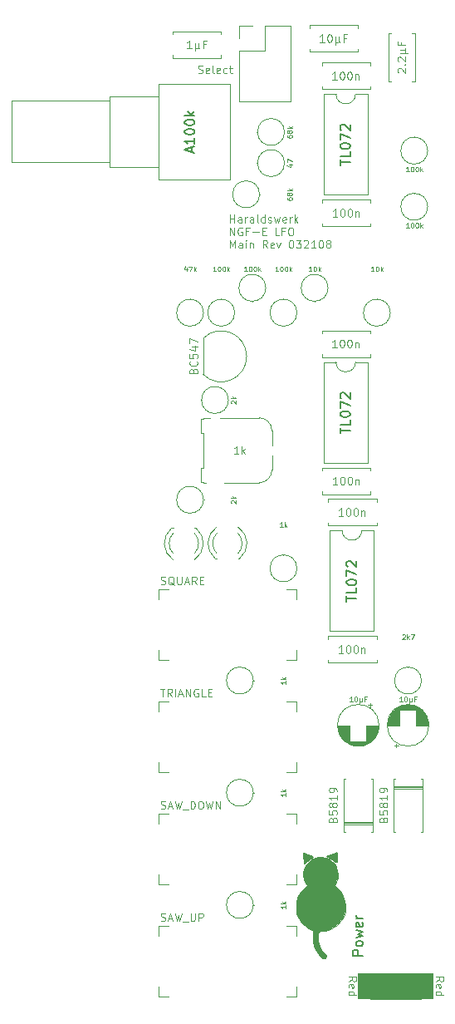
<source format=gbr>
G04 #@! TF.GenerationSoftware,KiCad,Pcbnew,(5.1.10)-1*
G04 #@! TF.CreationDate,2021-08-28T07:27:22+02:00*
G04 #@! TF.ProjectId,Haraldswerk NGF-E LFO Main,48617261-6c64-4737-9765-726b204e4746,rev?*
G04 #@! TF.SameCoordinates,Original*
G04 #@! TF.FileFunction,Legend,Top*
G04 #@! TF.FilePolarity,Positive*
%FSLAX46Y46*%
G04 Gerber Fmt 4.6, Leading zero omitted, Abs format (unit mm)*
G04 Created by KiCad (PCBNEW (5.1.10)-1) date 2021-08-28 07:27:22*
%MOMM*%
%LPD*%
G01*
G04 APERTURE LIST*
%ADD10C,0.100000*%
%ADD11C,0.120000*%
%ADD12C,0.010000*%
%ADD13C,0.080000*%
%ADD14C,0.150000*%
G04 APERTURE END LIST*
D10*
X7240476Y-21286904D02*
X7240476Y-20486904D01*
X7240476Y-20867857D02*
X7697619Y-20867857D01*
X7697619Y-21286904D02*
X7697619Y-20486904D01*
X8421428Y-21286904D02*
X8421428Y-20867857D01*
X8383333Y-20791666D01*
X8307142Y-20753571D01*
X8154761Y-20753571D01*
X8078571Y-20791666D01*
X8421428Y-21248809D02*
X8345238Y-21286904D01*
X8154761Y-21286904D01*
X8078571Y-21248809D01*
X8040476Y-21172619D01*
X8040476Y-21096428D01*
X8078571Y-21020238D01*
X8154761Y-20982142D01*
X8345238Y-20982142D01*
X8421428Y-20944047D01*
X8802380Y-21286904D02*
X8802380Y-20753571D01*
X8802380Y-20905952D02*
X8840476Y-20829761D01*
X8878571Y-20791666D01*
X8954761Y-20753571D01*
X9030952Y-20753571D01*
X9640476Y-21286904D02*
X9640476Y-20867857D01*
X9602380Y-20791666D01*
X9526190Y-20753571D01*
X9373809Y-20753571D01*
X9297619Y-20791666D01*
X9640476Y-21248809D02*
X9564285Y-21286904D01*
X9373809Y-21286904D01*
X9297619Y-21248809D01*
X9259523Y-21172619D01*
X9259523Y-21096428D01*
X9297619Y-21020238D01*
X9373809Y-20982142D01*
X9564285Y-20982142D01*
X9640476Y-20944047D01*
X10135714Y-21286904D02*
X10059523Y-21248809D01*
X10021428Y-21172619D01*
X10021428Y-20486904D01*
X10783333Y-21286904D02*
X10783333Y-20486904D01*
X10783333Y-21248809D02*
X10707142Y-21286904D01*
X10554761Y-21286904D01*
X10478571Y-21248809D01*
X10440476Y-21210714D01*
X10402380Y-21134523D01*
X10402380Y-20905952D01*
X10440476Y-20829761D01*
X10478571Y-20791666D01*
X10554761Y-20753571D01*
X10707142Y-20753571D01*
X10783333Y-20791666D01*
X11126190Y-21248809D02*
X11202380Y-21286904D01*
X11354761Y-21286904D01*
X11430952Y-21248809D01*
X11469047Y-21172619D01*
X11469047Y-21134523D01*
X11430952Y-21058333D01*
X11354761Y-21020238D01*
X11240476Y-21020238D01*
X11164285Y-20982142D01*
X11126190Y-20905952D01*
X11126190Y-20867857D01*
X11164285Y-20791666D01*
X11240476Y-20753571D01*
X11354761Y-20753571D01*
X11430952Y-20791666D01*
X11735714Y-20753571D02*
X11888095Y-21286904D01*
X12040476Y-20905952D01*
X12192857Y-21286904D01*
X12345238Y-20753571D01*
X12954761Y-21248809D02*
X12878571Y-21286904D01*
X12726190Y-21286904D01*
X12650000Y-21248809D01*
X12611904Y-21172619D01*
X12611904Y-20867857D01*
X12650000Y-20791666D01*
X12726190Y-20753571D01*
X12878571Y-20753571D01*
X12954761Y-20791666D01*
X12992857Y-20867857D01*
X12992857Y-20944047D01*
X12611904Y-21020238D01*
X13335714Y-21286904D02*
X13335714Y-20753571D01*
X13335714Y-20905952D02*
X13373809Y-20829761D01*
X13411904Y-20791666D01*
X13488095Y-20753571D01*
X13564285Y-20753571D01*
X13830952Y-21286904D02*
X13830952Y-20486904D01*
X13907142Y-20982142D02*
X14135714Y-21286904D01*
X14135714Y-20753571D02*
X13830952Y-21058333D01*
X7240476Y-22586904D02*
X7240476Y-21786904D01*
X7697619Y-22586904D01*
X7697619Y-21786904D01*
X8497619Y-21825000D02*
X8421428Y-21786904D01*
X8307142Y-21786904D01*
X8192857Y-21825000D01*
X8116666Y-21901190D01*
X8078571Y-21977380D01*
X8040476Y-22129761D01*
X8040476Y-22244047D01*
X8078571Y-22396428D01*
X8116666Y-22472619D01*
X8192857Y-22548809D01*
X8307142Y-22586904D01*
X8383333Y-22586904D01*
X8497619Y-22548809D01*
X8535714Y-22510714D01*
X8535714Y-22244047D01*
X8383333Y-22244047D01*
X9145238Y-22167857D02*
X8878571Y-22167857D01*
X8878571Y-22586904D02*
X8878571Y-21786904D01*
X9259523Y-21786904D01*
X9564285Y-22282142D02*
X10173809Y-22282142D01*
X10554761Y-22167857D02*
X10821428Y-22167857D01*
X10935714Y-22586904D02*
X10554761Y-22586904D01*
X10554761Y-21786904D01*
X10935714Y-21786904D01*
X12269047Y-22586904D02*
X11888095Y-22586904D01*
X11888095Y-21786904D01*
X12802380Y-22167857D02*
X12535714Y-22167857D01*
X12535714Y-22586904D02*
X12535714Y-21786904D01*
X12916666Y-21786904D01*
X13373809Y-21786904D02*
X13526190Y-21786904D01*
X13602380Y-21825000D01*
X13678571Y-21901190D01*
X13716666Y-22053571D01*
X13716666Y-22320238D01*
X13678571Y-22472619D01*
X13602380Y-22548809D01*
X13526190Y-22586904D01*
X13373809Y-22586904D01*
X13297619Y-22548809D01*
X13221428Y-22472619D01*
X13183333Y-22320238D01*
X13183333Y-22053571D01*
X13221428Y-21901190D01*
X13297619Y-21825000D01*
X13373809Y-21786904D01*
X7240476Y-23886904D02*
X7240476Y-23086904D01*
X7507142Y-23658333D01*
X7773809Y-23086904D01*
X7773809Y-23886904D01*
X8497619Y-23886904D02*
X8497619Y-23467857D01*
X8459523Y-23391666D01*
X8383333Y-23353571D01*
X8230952Y-23353571D01*
X8154761Y-23391666D01*
X8497619Y-23848809D02*
X8421428Y-23886904D01*
X8230952Y-23886904D01*
X8154761Y-23848809D01*
X8116666Y-23772619D01*
X8116666Y-23696428D01*
X8154761Y-23620238D01*
X8230952Y-23582142D01*
X8421428Y-23582142D01*
X8497619Y-23544047D01*
X8878571Y-23886904D02*
X8878571Y-23353571D01*
X8878571Y-23086904D02*
X8840476Y-23125000D01*
X8878571Y-23163095D01*
X8916666Y-23125000D01*
X8878571Y-23086904D01*
X8878571Y-23163095D01*
X9259523Y-23353571D02*
X9259523Y-23886904D01*
X9259523Y-23429761D02*
X9297619Y-23391666D01*
X9373809Y-23353571D01*
X9488095Y-23353571D01*
X9564285Y-23391666D01*
X9602380Y-23467857D01*
X9602380Y-23886904D01*
X11050000Y-23886904D02*
X10783333Y-23505952D01*
X10592857Y-23886904D02*
X10592857Y-23086904D01*
X10897619Y-23086904D01*
X10973809Y-23125000D01*
X11011904Y-23163095D01*
X11050000Y-23239285D01*
X11050000Y-23353571D01*
X11011904Y-23429761D01*
X10973809Y-23467857D01*
X10897619Y-23505952D01*
X10592857Y-23505952D01*
X11697619Y-23848809D02*
X11621428Y-23886904D01*
X11469047Y-23886904D01*
X11392857Y-23848809D01*
X11354761Y-23772619D01*
X11354761Y-23467857D01*
X11392857Y-23391666D01*
X11469047Y-23353571D01*
X11621428Y-23353571D01*
X11697619Y-23391666D01*
X11735714Y-23467857D01*
X11735714Y-23544047D01*
X11354761Y-23620238D01*
X12002380Y-23353571D02*
X12192857Y-23886904D01*
X12383333Y-23353571D01*
X13450000Y-23086904D02*
X13526190Y-23086904D01*
X13602380Y-23125000D01*
X13640476Y-23163095D01*
X13678571Y-23239285D01*
X13716666Y-23391666D01*
X13716666Y-23582142D01*
X13678571Y-23734523D01*
X13640476Y-23810714D01*
X13602380Y-23848809D01*
X13526190Y-23886904D01*
X13450000Y-23886904D01*
X13373809Y-23848809D01*
X13335714Y-23810714D01*
X13297619Y-23734523D01*
X13259523Y-23582142D01*
X13259523Y-23391666D01*
X13297619Y-23239285D01*
X13335714Y-23163095D01*
X13373809Y-23125000D01*
X13450000Y-23086904D01*
X13983333Y-23086904D02*
X14478571Y-23086904D01*
X14211904Y-23391666D01*
X14326190Y-23391666D01*
X14402380Y-23429761D01*
X14440476Y-23467857D01*
X14478571Y-23544047D01*
X14478571Y-23734523D01*
X14440476Y-23810714D01*
X14402380Y-23848809D01*
X14326190Y-23886904D01*
X14097619Y-23886904D01*
X14021428Y-23848809D01*
X13983333Y-23810714D01*
X14783333Y-23163095D02*
X14821428Y-23125000D01*
X14897619Y-23086904D01*
X15088095Y-23086904D01*
X15164285Y-23125000D01*
X15202380Y-23163095D01*
X15240476Y-23239285D01*
X15240476Y-23315476D01*
X15202380Y-23429761D01*
X14745238Y-23886904D01*
X15240476Y-23886904D01*
X16002380Y-23886904D02*
X15545238Y-23886904D01*
X15773809Y-23886904D02*
X15773809Y-23086904D01*
X15697619Y-23201190D01*
X15621428Y-23277380D01*
X15545238Y-23315476D01*
X16497619Y-23086904D02*
X16573809Y-23086904D01*
X16650000Y-23125000D01*
X16688095Y-23163095D01*
X16726190Y-23239285D01*
X16764285Y-23391666D01*
X16764285Y-23582142D01*
X16726190Y-23734523D01*
X16688095Y-23810714D01*
X16650000Y-23848809D01*
X16573809Y-23886904D01*
X16497619Y-23886904D01*
X16421428Y-23848809D01*
X16383333Y-23810714D01*
X16345238Y-23734523D01*
X16307142Y-23582142D01*
X16307142Y-23391666D01*
X16345238Y-23239285D01*
X16383333Y-23163095D01*
X16421428Y-23125000D01*
X16497619Y-23086904D01*
X17221428Y-23429761D02*
X17145238Y-23391666D01*
X17107142Y-23353571D01*
X17069047Y-23277380D01*
X17069047Y-23239285D01*
X17107142Y-23163095D01*
X17145238Y-23125000D01*
X17221428Y-23086904D01*
X17373809Y-23086904D01*
X17450000Y-23125000D01*
X17488095Y-23163095D01*
X17526190Y-23239285D01*
X17526190Y-23277380D01*
X17488095Y-23353571D01*
X17450000Y-23391666D01*
X17373809Y-23429761D01*
X17221428Y-23429761D01*
X17145238Y-23467857D01*
X17107142Y-23505952D01*
X17069047Y-23582142D01*
X17069047Y-23734523D01*
X17107142Y-23810714D01*
X17145238Y-23848809D01*
X17221428Y-23886904D01*
X17373809Y-23886904D01*
X17450000Y-23848809D01*
X17488095Y-23810714D01*
X17526190Y-23734523D01*
X17526190Y-23582142D01*
X17488095Y-23505952D01*
X17450000Y-23467857D01*
X17373809Y-23429761D01*
D11*
G04 #@! TO.C,J6*
X8195000Y-8950000D02*
X13395000Y-8950000D01*
X8195000Y-3810000D02*
X8195000Y-8950000D01*
X13395000Y-1210000D02*
X13395000Y-8950000D01*
X8195000Y-3810000D02*
X10795000Y-3810000D01*
X10795000Y-3810000D02*
X10795000Y-1210000D01*
X10795000Y-1210000D02*
X13395000Y-1210000D01*
X8195000Y-2540000D02*
X8195000Y-1210000D01*
X8195000Y-1210000D02*
X9525000Y-1210000D01*
G04 #@! TO.C,C11*
X23395000Y-6955000D02*
X23395000Y-2015000D01*
X26135000Y-6955000D02*
X26135000Y-2015000D01*
X23395000Y-6955000D02*
X23710000Y-6955000D01*
X25820000Y-6955000D02*
X26135000Y-6955000D01*
X23395000Y-2015000D02*
X23710000Y-2015000D01*
X25820000Y-2015000D02*
X26135000Y-2015000D01*
G04 #@! TO.C,C10*
X20290000Y-3910000D02*
X15350000Y-3910000D01*
X20290000Y-1170000D02*
X15350000Y-1170000D01*
X20290000Y-3910000D02*
X20290000Y-3595000D01*
X20290000Y-1485000D02*
X20290000Y-1170000D01*
X15350000Y-3910000D02*
X15350000Y-3595000D01*
X15350000Y-1485000D02*
X15350000Y-1170000D01*
D12*
G04 #@! TO.C,G\u002A\u002A\u002A*
G36*
X18168089Y-85496229D02*
G01*
X18183741Y-85617829D01*
X18181837Y-85821949D01*
X18181052Y-85927181D01*
X18174100Y-86216033D01*
X18151688Y-86386612D01*
X18111483Y-86453681D01*
X18097500Y-86455971D01*
X18006195Y-86418371D01*
X17837628Y-86322277D01*
X17623766Y-86186273D01*
X17559907Y-86143426D01*
X17105867Y-85835174D01*
X17493065Y-85674704D01*
X17797368Y-85546385D01*
X17996744Y-85468522D01*
X18113037Y-85449132D01*
X18168089Y-85496229D01*
G37*
X18168089Y-85496229D02*
X18183741Y-85617829D01*
X18181837Y-85821949D01*
X18181052Y-85927181D01*
X18174100Y-86216033D01*
X18151688Y-86386612D01*
X18111483Y-86453681D01*
X18097500Y-86455971D01*
X18006195Y-86418371D01*
X17837628Y-86322277D01*
X17623766Y-86186273D01*
X17559907Y-86143426D01*
X17105867Y-85835174D01*
X17493065Y-85674704D01*
X17797368Y-85546385D01*
X17996744Y-85468522D01*
X18113037Y-85449132D01*
X18168089Y-85496229D01*
G36*
X14947294Y-85565838D02*
G01*
X15179355Y-85650666D01*
X15226297Y-85669997D01*
X15451716Y-85771489D01*
X15616523Y-85859463D01*
X15692519Y-85918415D01*
X15694192Y-85927244D01*
X15636342Y-85985770D01*
X15502196Y-86096610D01*
X15323839Y-86235540D01*
X15133356Y-86378341D01*
X14962832Y-86500791D01*
X14844350Y-86578670D01*
X14811041Y-86593947D01*
X14792104Y-86532774D01*
X14767203Y-86371047D01*
X14741214Y-86141456D01*
X14737035Y-86097978D01*
X14717508Y-85848432D01*
X14709029Y-85649343D01*
X14713140Y-85539507D01*
X14714621Y-85533973D01*
X14783675Y-85524626D01*
X14947294Y-85565838D01*
G37*
X14947294Y-85565838D02*
X15179355Y-85650666D01*
X15226297Y-85669997D01*
X15451716Y-85771489D01*
X15616523Y-85859463D01*
X15692519Y-85918415D01*
X15694192Y-85927244D01*
X15636342Y-85985770D01*
X15502196Y-86096610D01*
X15323839Y-86235540D01*
X15133356Y-86378341D01*
X14962832Y-86500791D01*
X14844350Y-86578670D01*
X14811041Y-86593947D01*
X14792104Y-86532774D01*
X14767203Y-86371047D01*
X14741214Y-86141456D01*
X14737035Y-86097978D01*
X14717508Y-85848432D01*
X14709029Y-85649343D01*
X14713140Y-85539507D01*
X14714621Y-85533973D01*
X14783675Y-85524626D01*
X14947294Y-85565838D01*
G36*
X16966975Y-85975533D02*
G01*
X17354529Y-86124561D01*
X17701874Y-86387268D01*
X17735458Y-86420178D01*
X17974055Y-86697088D01*
X18124725Y-86980374D01*
X18207509Y-87316590D01*
X18233932Y-87578159D01*
X18244654Y-87853677D01*
X18226742Y-88055634D01*
X18169670Y-88242923D01*
X18079921Y-88439864D01*
X17894587Y-88818673D01*
X18164200Y-89042629D01*
X18513462Y-89413667D01*
X18787837Y-89870043D01*
X18971494Y-90377167D01*
X19048602Y-90900445D01*
X19050000Y-90978282D01*
X18989094Y-91506320D01*
X18816737Y-92004219D01*
X18548466Y-92455702D01*
X18199822Y-92844491D01*
X17786342Y-93154310D01*
X17323566Y-93368880D01*
X16827032Y-93471923D01*
X16663071Y-93478684D01*
X16475332Y-93488029D01*
X16369696Y-93537592D01*
X16294815Y-93659664D01*
X16264853Y-93729124D01*
X16181088Y-94097435D01*
X16211622Y-94507429D01*
X16351393Y-94940591D01*
X16595336Y-95378404D01*
X16784598Y-95629623D01*
X16953260Y-95850034D01*
X17030470Y-96006237D01*
X17024114Y-96123485D01*
X16964526Y-96205842D01*
X16834072Y-96279092D01*
X16683517Y-96245022D01*
X16498972Y-96098000D01*
X16379337Y-95968553D01*
X16029002Y-95482667D01*
X15796051Y-94975772D01*
X15687200Y-94463744D01*
X15679776Y-94314211D01*
X15684742Y-94042845D01*
X15702931Y-93795606D01*
X15727845Y-93638508D01*
X15750402Y-93523381D01*
X15729438Y-93443134D01*
X15641350Y-93369707D01*
X15462535Y-93275041D01*
X15393634Y-93241221D01*
X14960674Y-92964047D01*
X14571572Y-92589867D01*
X14262301Y-92155126D01*
X14194123Y-92025895D01*
X14105392Y-91829189D01*
X14049836Y-91653821D01*
X14019911Y-91457432D01*
X14008077Y-91197661D01*
X14006513Y-90972105D01*
X14010439Y-90648856D01*
X14027416Y-90416295D01*
X14065242Y-90231526D01*
X14131716Y-90051658D01*
X14200954Y-89902632D01*
X14366006Y-89624538D01*
X14586785Y-89332723D01*
X14754765Y-89149758D01*
X15114137Y-88797937D01*
X14985820Y-88615021D01*
X14792922Y-88225417D01*
X14716035Y-87778652D01*
X14722869Y-87531863D01*
X14827282Y-87058612D01*
X15040150Y-86651640D01*
X15347542Y-86323451D01*
X15735521Y-86086544D01*
X16190156Y-85953421D01*
X16510000Y-85928462D01*
X16966975Y-85975533D01*
G37*
X16966975Y-85975533D02*
X17354529Y-86124561D01*
X17701874Y-86387268D01*
X17735458Y-86420178D01*
X17974055Y-86697088D01*
X18124725Y-86980374D01*
X18207509Y-87316590D01*
X18233932Y-87578159D01*
X18244654Y-87853677D01*
X18226742Y-88055634D01*
X18169670Y-88242923D01*
X18079921Y-88439864D01*
X17894587Y-88818673D01*
X18164200Y-89042629D01*
X18513462Y-89413667D01*
X18787837Y-89870043D01*
X18971494Y-90377167D01*
X19048602Y-90900445D01*
X19050000Y-90978282D01*
X18989094Y-91506320D01*
X18816737Y-92004219D01*
X18548466Y-92455702D01*
X18199822Y-92844491D01*
X17786342Y-93154310D01*
X17323566Y-93368880D01*
X16827032Y-93471923D01*
X16663071Y-93478684D01*
X16475332Y-93488029D01*
X16369696Y-93537592D01*
X16294815Y-93659664D01*
X16264853Y-93729124D01*
X16181088Y-94097435D01*
X16211622Y-94507429D01*
X16351393Y-94940591D01*
X16595336Y-95378404D01*
X16784598Y-95629623D01*
X16953260Y-95850034D01*
X17030470Y-96006237D01*
X17024114Y-96123485D01*
X16964526Y-96205842D01*
X16834072Y-96279092D01*
X16683517Y-96245022D01*
X16498972Y-96098000D01*
X16379337Y-95968553D01*
X16029002Y-95482667D01*
X15796051Y-94975772D01*
X15687200Y-94463744D01*
X15679776Y-94314211D01*
X15684742Y-94042845D01*
X15702931Y-93795606D01*
X15727845Y-93638508D01*
X15750402Y-93523381D01*
X15729438Y-93443134D01*
X15641350Y-93369707D01*
X15462535Y-93275041D01*
X15393634Y-93241221D01*
X14960674Y-92964047D01*
X14571572Y-92589867D01*
X14262301Y-92155126D01*
X14194123Y-92025895D01*
X14105392Y-91829189D01*
X14049836Y-91653821D01*
X14019911Y-91457432D01*
X14008077Y-91197661D01*
X14006513Y-90972105D01*
X14010439Y-90648856D01*
X14027416Y-90416295D01*
X14065242Y-90231526D01*
X14131716Y-90051658D01*
X14200954Y-89902632D01*
X14366006Y-89624538D01*
X14586785Y-89332723D01*
X14754765Y-89149758D01*
X15114137Y-88797937D01*
X14985820Y-88615021D01*
X14792922Y-88225417D01*
X14716035Y-87778652D01*
X14722869Y-87531863D01*
X14827282Y-87058612D01*
X15040150Y-86651640D01*
X15347542Y-86323451D01*
X15735521Y-86086544D01*
X16190156Y-85953421D01*
X16510000Y-85928462D01*
X16966975Y-85975533D01*
D11*
G04 #@! TO.C,R16*
X9625000Y-67945000D02*
G75*
G03*
X9625000Y-67945000I-1370000J0D01*
G01*
X9625000Y-67945000D02*
X9695000Y-67945000D01*
G04 #@! TO.C,T1*
X4505000Y-41180000D02*
X5195000Y-41180000D01*
X4505000Y-41280000D02*
X4505000Y-41180000D01*
X4505000Y-47800000D02*
X4755000Y-47800000D01*
X4505000Y-47700000D02*
X4505000Y-47800000D01*
X4305000Y-47700000D02*
X4505000Y-47700000D01*
X4505000Y-46280000D02*
X4305000Y-46280000D01*
X11525000Y-42490000D02*
X11525000Y-43980000D01*
X6235000Y-41180000D02*
X10215000Y-41180000D01*
X10215000Y-47800000D02*
X6675000Y-47800000D01*
X11525000Y-45000000D02*
X11525000Y-46490000D01*
X4305000Y-41280000D02*
X4505000Y-41280000D01*
X4305000Y-42700000D02*
X4305000Y-41280000D01*
X4505000Y-42700000D02*
X4305000Y-42700000D01*
X4505000Y-46280000D02*
X4505000Y-42700000D01*
X4305000Y-47700000D02*
X4305000Y-46280000D01*
X11525000Y-46490000D02*
G75*
G02*
X10215000Y-47800000I-1310000J0D01*
G01*
X10215000Y-41180000D02*
G75*
G02*
X11525000Y-42490000I0J-1310000D01*
G01*
G04 #@! TO.C,RV1*
X7250000Y-16895000D02*
X-40000Y-16895000D01*
X7250000Y-7155000D02*
X-40000Y-7155000D01*
X7250000Y-16895000D02*
X7250000Y-7155000D01*
X-40000Y-16895000D02*
X-40000Y-7155000D01*
X-40000Y-15645000D02*
X-5040000Y-15645000D01*
X-40000Y-8405000D02*
X-5040000Y-8405000D01*
X-40000Y-15645000D02*
X-40000Y-8405000D01*
X-5040000Y-15645000D02*
X-5040000Y-8405000D01*
X-5040000Y-15145000D02*
X-15040000Y-15145000D01*
X-5040000Y-8905000D02*
X-15040000Y-8905000D01*
X-5040000Y-15145000D02*
X-5040000Y-8905000D01*
X-15040000Y-15145000D02*
X-15040000Y-8905000D01*
D10*
G04 #@! TO.C,J4*
X0Y-58630000D02*
X0Y-59630000D01*
X0Y-58630000D02*
X1000000Y-58630000D01*
X0Y-64830000D02*
X0Y-65830000D01*
X0Y-65830000D02*
X1000000Y-65830000D01*
X13000000Y-58630000D02*
X14000000Y-58630000D01*
X14000000Y-58630000D02*
X14000000Y-59630000D01*
X13000000Y-65830000D02*
X14000000Y-65830000D01*
X14000000Y-64830000D02*
X14000000Y-65830000D01*
G04 #@! TO.C,J3*
X0Y-70060000D02*
X0Y-71060000D01*
X0Y-70060000D02*
X1000000Y-70060000D01*
X0Y-76260000D02*
X0Y-77260000D01*
X0Y-77260000D02*
X1000000Y-77260000D01*
X13000000Y-70060000D02*
X14000000Y-70060000D01*
X14000000Y-70060000D02*
X14000000Y-71060000D01*
X13000000Y-77260000D02*
X14000000Y-77260000D01*
X14000000Y-76260000D02*
X14000000Y-77260000D01*
G04 #@! TO.C,J2*
X0Y-81490000D02*
X0Y-82490000D01*
X0Y-81490000D02*
X1000000Y-81490000D01*
X0Y-87690000D02*
X0Y-88690000D01*
X0Y-88690000D02*
X1000000Y-88690000D01*
X13000000Y-81490000D02*
X14000000Y-81490000D01*
X14000000Y-81490000D02*
X14000000Y-82490000D01*
X13000000Y-88690000D02*
X14000000Y-88690000D01*
X14000000Y-87690000D02*
X14000000Y-88690000D01*
G04 #@! TO.C,J1*
X0Y-92920000D02*
X0Y-93920000D01*
X0Y-92920000D02*
X1000000Y-92920000D01*
X0Y-99120000D02*
X0Y-100120000D01*
X0Y-100120000D02*
X1000000Y-100120000D01*
X13000000Y-92920000D02*
X14000000Y-92920000D01*
X14000000Y-92920000D02*
X14000000Y-93920000D01*
X13000000Y-100120000D02*
X14000000Y-100120000D01*
X14000000Y-99120000D02*
X14000000Y-100120000D01*
D11*
G04 #@! TO.C,U3*
X18685000Y-52645000D02*
X17435000Y-52645000D01*
X17435000Y-52645000D02*
X17435000Y-62925000D01*
X17435000Y-62925000D02*
X21935000Y-62925000D01*
X21935000Y-62925000D02*
X21935000Y-52645000D01*
X21935000Y-52645000D02*
X20685000Y-52645000D01*
X20685000Y-52645000D02*
G75*
G02*
X18685000Y-52645000I-1000000J0D01*
G01*
G04 #@! TO.C,U2*
X18050000Y-35500000D02*
X16800000Y-35500000D01*
X16800000Y-35500000D02*
X16800000Y-45780000D01*
X16800000Y-45780000D02*
X21300000Y-45780000D01*
X21300000Y-45780000D02*
X21300000Y-35500000D01*
X21300000Y-35500000D02*
X20050000Y-35500000D01*
X20050000Y-35500000D02*
G75*
G02*
X18050000Y-35500000I-1000000J0D01*
G01*
G04 #@! TO.C,U1*
X18050000Y-8195000D02*
X16800000Y-8195000D01*
X16800000Y-8195000D02*
X16800000Y-18475000D01*
X16800000Y-18475000D02*
X21300000Y-18475000D01*
X21300000Y-18475000D02*
X21300000Y-8195000D01*
X21300000Y-8195000D02*
X20050000Y-8195000D01*
X20050000Y-8195000D02*
G75*
G02*
X18050000Y-8195000I-1000000J0D01*
G01*
G04 #@! TO.C,R18*
X26770000Y-67945000D02*
G75*
G03*
X26770000Y-67945000I-1370000J0D01*
G01*
X25400000Y-66575000D02*
X25400000Y-66505000D01*
G04 #@! TO.C,R17*
X14070000Y-56515000D02*
G75*
G03*
X14070000Y-56515000I-1370000J0D01*
G01*
X12700000Y-55145000D02*
X12700000Y-55075000D01*
G04 #@! TO.C,R15*
X9625000Y-79375000D02*
G75*
G03*
X9625000Y-79375000I-1370000J0D01*
G01*
X9625000Y-79375000D02*
X9695000Y-79375000D01*
G04 #@! TO.C,R14*
X23595000Y-30480000D02*
G75*
G03*
X23595000Y-30480000I-1370000J0D01*
G01*
X22225000Y-29110000D02*
X22225000Y-29040000D01*
G04 #@! TO.C,R13*
X17245000Y-27940000D02*
G75*
G03*
X17245000Y-27940000I-1370000J0D01*
G01*
X15875000Y-29310000D02*
X15875000Y-29380000D01*
G04 #@! TO.C,R12*
X9625000Y-90805000D02*
G75*
G03*
X9625000Y-90805000I-1370000J0D01*
G01*
X9625000Y-90805000D02*
X9695000Y-90805000D01*
G04 #@! TO.C,R11*
X14070000Y-30480000D02*
G75*
G03*
X14070000Y-30480000I-1370000J0D01*
G01*
X12700000Y-29110000D02*
X12700000Y-29040000D01*
G04 #@! TO.C,R10*
X7720000Y-30480000D02*
G75*
G03*
X7720000Y-30480000I-1370000J0D01*
G01*
X6350000Y-29110000D02*
X6350000Y-29040000D01*
G04 #@! TO.C,R9*
X10895000Y-27940000D02*
G75*
G03*
X10895000Y-27940000I-1370000J0D01*
G01*
X9525000Y-29310000D02*
X9525000Y-29380000D01*
G04 #@! TO.C,R8*
X4545000Y-30480000D02*
G75*
G03*
X4545000Y-30480000I-1370000J0D01*
G01*
X3175000Y-29110000D02*
X3175000Y-29040000D01*
G04 #@! TO.C,R7*
X4545000Y-49530000D02*
G75*
G03*
X4545000Y-49530000I-1370000J0D01*
G01*
X4545000Y-49530000D02*
X4615000Y-49530000D01*
G04 #@! TO.C,R6*
X7085000Y-39370000D02*
G75*
G03*
X7085000Y-39370000I-1370000J0D01*
G01*
X4345000Y-39370000D02*
X4275000Y-39370000D01*
G04 #@! TO.C,R5*
X27405000Y-19685000D02*
G75*
G03*
X27405000Y-19685000I-1370000J0D01*
G01*
X26035000Y-18315000D02*
X26035000Y-18245000D01*
G04 #@! TO.C,R4*
X27405000Y-13970000D02*
G75*
G03*
X27405000Y-13970000I-1370000J0D01*
G01*
X26035000Y-12600000D02*
X26035000Y-12530000D01*
G04 #@! TO.C,R3*
X10260000Y-18415000D02*
G75*
G03*
X10260000Y-18415000I-1370000J0D01*
G01*
X10260000Y-18415000D02*
X10330000Y-18415000D01*
G04 #@! TO.C,R2*
X12800000Y-12065000D02*
G75*
G03*
X12800000Y-12065000I-1370000J0D01*
G01*
X10060000Y-12065000D02*
X9990000Y-12065000D01*
G04 #@! TO.C,R1*
X12800000Y-15240000D02*
G75*
G03*
X12800000Y-15240000I-1370000J0D01*
G01*
X10060000Y-15240000D02*
X9990000Y-15240000D01*
G04 #@! TO.C,D4*
X18980000Y-83365000D02*
X18850000Y-83365000D01*
X18850000Y-83365000D02*
X18850000Y-77925000D01*
X18850000Y-77925000D02*
X18980000Y-77925000D01*
X21660000Y-83365000D02*
X21790000Y-83365000D01*
X21790000Y-83365000D02*
X21790000Y-77925000D01*
X21790000Y-77925000D02*
X21660000Y-77925000D01*
X18850000Y-82465000D02*
X21790000Y-82465000D01*
X18850000Y-82345000D02*
X21790000Y-82345000D01*
X18850000Y-82585000D02*
X21790000Y-82585000D01*
G04 #@! TO.C,D3*
X26740000Y-77925000D02*
X26870000Y-77925000D01*
X26870000Y-77925000D02*
X26870000Y-83365000D01*
X26870000Y-83365000D02*
X26740000Y-83365000D01*
X24060000Y-77925000D02*
X23930000Y-77925000D01*
X23930000Y-77925000D02*
X23930000Y-83365000D01*
X23930000Y-83365000D02*
X24060000Y-83365000D01*
X26870000Y-78825000D02*
X23930000Y-78825000D01*
X26870000Y-78945000D02*
X23930000Y-78945000D01*
X26870000Y-78705000D02*
X23930000Y-78705000D01*
G04 #@! TO.C,C9*
X22195000Y-66140000D02*
X17255000Y-66140000D01*
X22195000Y-63400000D02*
X17255000Y-63400000D01*
X22195000Y-66140000D02*
X22195000Y-65825000D01*
X22195000Y-63715000D02*
X22195000Y-63400000D01*
X17255000Y-66140000D02*
X17255000Y-65825000D01*
X17255000Y-63715000D02*
X17255000Y-63400000D01*
G04 #@! TO.C,C8*
X22195000Y-52170000D02*
X17255000Y-52170000D01*
X22195000Y-49430000D02*
X17255000Y-49430000D01*
X22195000Y-52170000D02*
X22195000Y-51855000D01*
X22195000Y-49745000D02*
X22195000Y-49430000D01*
X17255000Y-52170000D02*
X17255000Y-51855000D01*
X17255000Y-49745000D02*
X17255000Y-49430000D01*
G04 #@! TO.C,C7*
X21560000Y-48995000D02*
X16620000Y-48995000D01*
X21560000Y-46255000D02*
X16620000Y-46255000D01*
X21560000Y-48995000D02*
X21560000Y-48680000D01*
X21560000Y-46570000D02*
X21560000Y-46255000D01*
X16620000Y-48995000D02*
X16620000Y-48680000D01*
X16620000Y-46570000D02*
X16620000Y-46255000D01*
G04 #@! TO.C,C6*
X21560000Y-7720000D02*
X16620000Y-7720000D01*
X21560000Y-4980000D02*
X16620000Y-4980000D01*
X21560000Y-7720000D02*
X21560000Y-7405000D01*
X21560000Y-5295000D02*
X21560000Y-4980000D01*
X16620000Y-7720000D02*
X16620000Y-7405000D01*
X16620000Y-5295000D02*
X16620000Y-4980000D01*
G04 #@! TO.C,C5*
X21560000Y-21690000D02*
X16620000Y-21690000D01*
X21560000Y-18950000D02*
X16620000Y-18950000D01*
X21560000Y-21690000D02*
X21560000Y-21375000D01*
X21560000Y-19265000D02*
X21560000Y-18950000D01*
X16620000Y-21690000D02*
X16620000Y-21375000D01*
X16620000Y-19265000D02*
X16620000Y-18950000D01*
G04 #@! TO.C,C4*
X21560000Y-35025000D02*
X16620000Y-35025000D01*
X21560000Y-32285000D02*
X16620000Y-32285000D01*
X21560000Y-35025000D02*
X21560000Y-34710000D01*
X21560000Y-32600000D02*
X21560000Y-32285000D01*
X16620000Y-35025000D02*
X16620000Y-34710000D01*
X16620000Y-32600000D02*
X16620000Y-32285000D01*
G04 #@! TO.C,C1*
X6320000Y-4545000D02*
X1380000Y-4545000D01*
X6320000Y-1805000D02*
X1380000Y-1805000D01*
X6320000Y-4545000D02*
X6320000Y-4230000D01*
X6320000Y-2120000D02*
X6320000Y-1805000D01*
X1380000Y-4545000D02*
X1380000Y-4230000D01*
X1380000Y-2120000D02*
X1380000Y-1805000D01*
G04 #@! TO.C,Q1*
X4500000Y-33125000D02*
X4500000Y-36725000D01*
X4511522Y-36763478D02*
G75*
G03*
X8950000Y-34925000I1838478J1838478D01*
G01*
X4511522Y-33086522D02*
G75*
G02*
X8950000Y-34925000I1838478J-1838478D01*
G01*
D10*
G04 #@! TO.C,J5*
G36*
X27940000Y-100330000D02*
G01*
X20320000Y-100330000D01*
X20320000Y-97790000D01*
X27940000Y-97790000D01*
X27940000Y-100330000D01*
G37*
X27940000Y-100330000D02*
X20320000Y-100330000D01*
X20320000Y-97790000D01*
X27940000Y-97790000D01*
X27940000Y-100330000D01*
D11*
X21530000Y-100390000D02*
X26730000Y-100390000D01*
G04 #@! TO.C,D2*
X1460000Y-52415000D02*
X1304000Y-52415000D01*
X3776000Y-52415000D02*
X3620000Y-52415000D01*
X1460163Y-55016130D02*
G75*
G02*
X1460000Y-52934039I1079837J1041130D01*
G01*
X3619837Y-55016130D02*
G75*
G03*
X3620000Y-52934039I-1079837J1041130D01*
G01*
X1461392Y-55647335D02*
G75*
G02*
X1304484Y-52415000I1078608J1672335D01*
G01*
X3618608Y-55647335D02*
G75*
G03*
X3775516Y-52415000I-1078608J1672335D01*
G01*
G04 #@! TO.C,D1*
X8065000Y-55535000D02*
X8221000Y-55535000D01*
X5749000Y-55535000D02*
X5905000Y-55535000D01*
X8064837Y-52933870D02*
G75*
G02*
X8065000Y-55015961I-1079837J-1041130D01*
G01*
X5905163Y-52933870D02*
G75*
G03*
X5905000Y-55015961I1079837J-1041130D01*
G01*
X8063608Y-52302665D02*
G75*
G02*
X8220516Y-55535000I-1078608J-1672335D01*
G01*
X5906392Y-52302665D02*
G75*
G03*
X5749484Y-55535000I1078608J-1672335D01*
G01*
G04 #@! TO.C,C3*
X21715000Y-70435199D02*
X21315000Y-70435199D01*
X21515000Y-70235199D02*
X21515000Y-70635199D01*
X20690000Y-74586000D02*
X19950000Y-74586000D01*
X20857000Y-74546000D02*
X19783000Y-74546000D01*
X20984000Y-74506000D02*
X19656000Y-74506000D01*
X21088000Y-74466000D02*
X19552000Y-74466000D01*
X21179000Y-74426000D02*
X19461000Y-74426000D01*
X21260000Y-74386000D02*
X19380000Y-74386000D01*
X21333000Y-74346000D02*
X19307000Y-74346000D01*
X21400000Y-74306000D02*
X19240000Y-74306000D01*
X21462000Y-74266000D02*
X19178000Y-74266000D01*
X21520000Y-74226000D02*
X19120000Y-74226000D01*
X21574000Y-74186000D02*
X19066000Y-74186000D01*
X21624000Y-74146000D02*
X19016000Y-74146000D01*
X21671000Y-74106000D02*
X18969000Y-74106000D01*
X19480000Y-74066000D02*
X18924000Y-74066000D01*
X21716000Y-74066000D02*
X21160000Y-74066000D01*
X19480000Y-74026000D02*
X18882000Y-74026000D01*
X21758000Y-74026000D02*
X21160000Y-74026000D01*
X19480000Y-73986000D02*
X18842000Y-73986000D01*
X21798000Y-73986000D02*
X21160000Y-73986000D01*
X19480000Y-73946000D02*
X18804000Y-73946000D01*
X21836000Y-73946000D02*
X21160000Y-73946000D01*
X19480000Y-73906000D02*
X18768000Y-73906000D01*
X21872000Y-73906000D02*
X21160000Y-73906000D01*
X19480000Y-73866000D02*
X18733000Y-73866000D01*
X21907000Y-73866000D02*
X21160000Y-73866000D01*
X19480000Y-73826000D02*
X18701000Y-73826000D01*
X21939000Y-73826000D02*
X21160000Y-73826000D01*
X19480000Y-73786000D02*
X18670000Y-73786000D01*
X21970000Y-73786000D02*
X21160000Y-73786000D01*
X19480000Y-73746000D02*
X18640000Y-73746000D01*
X22000000Y-73746000D02*
X21160000Y-73746000D01*
X19480000Y-73706000D02*
X18612000Y-73706000D01*
X22028000Y-73706000D02*
X21160000Y-73706000D01*
X19480000Y-73666000D02*
X18585000Y-73666000D01*
X22055000Y-73666000D02*
X21160000Y-73666000D01*
X19480000Y-73626000D02*
X18560000Y-73626000D01*
X22080000Y-73626000D02*
X21160000Y-73626000D01*
X19480000Y-73586000D02*
X18535000Y-73586000D01*
X22105000Y-73586000D02*
X21160000Y-73586000D01*
X19480000Y-73546000D02*
X18512000Y-73546000D01*
X22128000Y-73546000D02*
X21160000Y-73546000D01*
X19480000Y-73506000D02*
X18490000Y-73506000D01*
X22150000Y-73506000D02*
X21160000Y-73506000D01*
X19480000Y-73466000D02*
X18469000Y-73466000D01*
X22171000Y-73466000D02*
X21160000Y-73466000D01*
X19480000Y-73426000D02*
X18450000Y-73426000D01*
X22190000Y-73426000D02*
X21160000Y-73426000D01*
X19480000Y-73386000D02*
X18431000Y-73386000D01*
X22209000Y-73386000D02*
X21160000Y-73386000D01*
X19480000Y-73346000D02*
X18413000Y-73346000D01*
X22227000Y-73346000D02*
X21160000Y-73346000D01*
X19480000Y-73306000D02*
X18396000Y-73306000D01*
X22244000Y-73306000D02*
X21160000Y-73306000D01*
X19480000Y-73266000D02*
X18380000Y-73266000D01*
X22260000Y-73266000D02*
X21160000Y-73266000D01*
X19480000Y-73226000D02*
X18366000Y-73226000D01*
X22274000Y-73226000D02*
X21160000Y-73226000D01*
X19480000Y-73185000D02*
X18352000Y-73185000D01*
X22288000Y-73185000D02*
X21160000Y-73185000D01*
X19480000Y-73145000D02*
X18338000Y-73145000D01*
X22302000Y-73145000D02*
X21160000Y-73145000D01*
X19480000Y-73105000D02*
X18326000Y-73105000D01*
X22314000Y-73105000D02*
X21160000Y-73105000D01*
X19480000Y-73065000D02*
X18315000Y-73065000D01*
X22325000Y-73065000D02*
X21160000Y-73065000D01*
X19480000Y-73025000D02*
X18304000Y-73025000D01*
X22336000Y-73025000D02*
X21160000Y-73025000D01*
X19480000Y-72985000D02*
X18295000Y-72985000D01*
X22345000Y-72985000D02*
X21160000Y-72985000D01*
X19480000Y-72945000D02*
X18286000Y-72945000D01*
X22354000Y-72945000D02*
X21160000Y-72945000D01*
X19480000Y-72905000D02*
X18278000Y-72905000D01*
X22362000Y-72905000D02*
X21160000Y-72905000D01*
X19480000Y-72865000D02*
X18270000Y-72865000D01*
X22370000Y-72865000D02*
X21160000Y-72865000D01*
X19480000Y-72825000D02*
X18264000Y-72825000D01*
X22376000Y-72825000D02*
X21160000Y-72825000D01*
X19480000Y-72785000D02*
X18258000Y-72785000D01*
X22382000Y-72785000D02*
X21160000Y-72785000D01*
X19480000Y-72745000D02*
X18253000Y-72745000D01*
X22387000Y-72745000D02*
X21160000Y-72745000D01*
X19480000Y-72705000D02*
X18249000Y-72705000D01*
X22391000Y-72705000D02*
X21160000Y-72705000D01*
X19480000Y-72665000D02*
X18246000Y-72665000D01*
X22394000Y-72665000D02*
X21160000Y-72665000D01*
X19480000Y-72625000D02*
X18243000Y-72625000D01*
X22397000Y-72625000D02*
X21160000Y-72625000D01*
X22399000Y-72585000D02*
X21160000Y-72585000D01*
X19480000Y-72585000D02*
X18241000Y-72585000D01*
X22400000Y-72545000D02*
X21160000Y-72545000D01*
X19480000Y-72545000D02*
X18240000Y-72545000D01*
X22400000Y-72505000D02*
X21160000Y-72505000D01*
X19480000Y-72505000D02*
X18240000Y-72505000D01*
X22440000Y-72505000D02*
G75*
G03*
X22440000Y-72505000I-2120000J0D01*
G01*
G04 #@! TO.C,C2*
X24005000Y-74574801D02*
X24405000Y-74574801D01*
X24205000Y-74774801D02*
X24205000Y-74374801D01*
X25030000Y-70424000D02*
X25770000Y-70424000D01*
X24863000Y-70464000D02*
X25937000Y-70464000D01*
X24736000Y-70504000D02*
X26064000Y-70504000D01*
X24632000Y-70544000D02*
X26168000Y-70544000D01*
X24541000Y-70584000D02*
X26259000Y-70584000D01*
X24460000Y-70624000D02*
X26340000Y-70624000D01*
X24387000Y-70664000D02*
X26413000Y-70664000D01*
X24320000Y-70704000D02*
X26480000Y-70704000D01*
X24258000Y-70744000D02*
X26542000Y-70744000D01*
X24200000Y-70784000D02*
X26600000Y-70784000D01*
X24146000Y-70824000D02*
X26654000Y-70824000D01*
X24096000Y-70864000D02*
X26704000Y-70864000D01*
X24049000Y-70904000D02*
X26751000Y-70904000D01*
X26240000Y-70944000D02*
X26796000Y-70944000D01*
X24004000Y-70944000D02*
X24560000Y-70944000D01*
X26240000Y-70984000D02*
X26838000Y-70984000D01*
X23962000Y-70984000D02*
X24560000Y-70984000D01*
X26240000Y-71024000D02*
X26878000Y-71024000D01*
X23922000Y-71024000D02*
X24560000Y-71024000D01*
X26240000Y-71064000D02*
X26916000Y-71064000D01*
X23884000Y-71064000D02*
X24560000Y-71064000D01*
X26240000Y-71104000D02*
X26952000Y-71104000D01*
X23848000Y-71104000D02*
X24560000Y-71104000D01*
X26240000Y-71144000D02*
X26987000Y-71144000D01*
X23813000Y-71144000D02*
X24560000Y-71144000D01*
X26240000Y-71184000D02*
X27019000Y-71184000D01*
X23781000Y-71184000D02*
X24560000Y-71184000D01*
X26240000Y-71224000D02*
X27050000Y-71224000D01*
X23750000Y-71224000D02*
X24560000Y-71224000D01*
X26240000Y-71264000D02*
X27080000Y-71264000D01*
X23720000Y-71264000D02*
X24560000Y-71264000D01*
X26240000Y-71304000D02*
X27108000Y-71304000D01*
X23692000Y-71304000D02*
X24560000Y-71304000D01*
X26240000Y-71344000D02*
X27135000Y-71344000D01*
X23665000Y-71344000D02*
X24560000Y-71344000D01*
X26240000Y-71384000D02*
X27160000Y-71384000D01*
X23640000Y-71384000D02*
X24560000Y-71384000D01*
X26240000Y-71424000D02*
X27185000Y-71424000D01*
X23615000Y-71424000D02*
X24560000Y-71424000D01*
X26240000Y-71464000D02*
X27208000Y-71464000D01*
X23592000Y-71464000D02*
X24560000Y-71464000D01*
X26240000Y-71504000D02*
X27230000Y-71504000D01*
X23570000Y-71504000D02*
X24560000Y-71504000D01*
X26240000Y-71544000D02*
X27251000Y-71544000D01*
X23549000Y-71544000D02*
X24560000Y-71544000D01*
X26240000Y-71584000D02*
X27270000Y-71584000D01*
X23530000Y-71584000D02*
X24560000Y-71584000D01*
X26240000Y-71624000D02*
X27289000Y-71624000D01*
X23511000Y-71624000D02*
X24560000Y-71624000D01*
X26240000Y-71664000D02*
X27307000Y-71664000D01*
X23493000Y-71664000D02*
X24560000Y-71664000D01*
X26240000Y-71704000D02*
X27324000Y-71704000D01*
X23476000Y-71704000D02*
X24560000Y-71704000D01*
X26240000Y-71744000D02*
X27340000Y-71744000D01*
X23460000Y-71744000D02*
X24560000Y-71744000D01*
X26240000Y-71784000D02*
X27354000Y-71784000D01*
X23446000Y-71784000D02*
X24560000Y-71784000D01*
X26240000Y-71825000D02*
X27368000Y-71825000D01*
X23432000Y-71825000D02*
X24560000Y-71825000D01*
X26240000Y-71865000D02*
X27382000Y-71865000D01*
X23418000Y-71865000D02*
X24560000Y-71865000D01*
X26240000Y-71905000D02*
X27394000Y-71905000D01*
X23406000Y-71905000D02*
X24560000Y-71905000D01*
X26240000Y-71945000D02*
X27405000Y-71945000D01*
X23395000Y-71945000D02*
X24560000Y-71945000D01*
X26240000Y-71985000D02*
X27416000Y-71985000D01*
X23384000Y-71985000D02*
X24560000Y-71985000D01*
X26240000Y-72025000D02*
X27425000Y-72025000D01*
X23375000Y-72025000D02*
X24560000Y-72025000D01*
X26240000Y-72065000D02*
X27434000Y-72065000D01*
X23366000Y-72065000D02*
X24560000Y-72065000D01*
X26240000Y-72105000D02*
X27442000Y-72105000D01*
X23358000Y-72105000D02*
X24560000Y-72105000D01*
X26240000Y-72145000D02*
X27450000Y-72145000D01*
X23350000Y-72145000D02*
X24560000Y-72145000D01*
X26240000Y-72185000D02*
X27456000Y-72185000D01*
X23344000Y-72185000D02*
X24560000Y-72185000D01*
X26240000Y-72225000D02*
X27462000Y-72225000D01*
X23338000Y-72225000D02*
X24560000Y-72225000D01*
X26240000Y-72265000D02*
X27467000Y-72265000D01*
X23333000Y-72265000D02*
X24560000Y-72265000D01*
X26240000Y-72305000D02*
X27471000Y-72305000D01*
X23329000Y-72305000D02*
X24560000Y-72305000D01*
X26240000Y-72345000D02*
X27474000Y-72345000D01*
X23326000Y-72345000D02*
X24560000Y-72345000D01*
X26240000Y-72385000D02*
X27477000Y-72385000D01*
X23323000Y-72385000D02*
X24560000Y-72385000D01*
X23321000Y-72425000D02*
X24560000Y-72425000D01*
X26240000Y-72425000D02*
X27479000Y-72425000D01*
X23320000Y-72465000D02*
X24560000Y-72465000D01*
X26240000Y-72465000D02*
X27480000Y-72465000D01*
X23320000Y-72505000D02*
X24560000Y-72505000D01*
X26240000Y-72505000D02*
X27480000Y-72505000D01*
X27520000Y-72505000D02*
G75*
G03*
X27520000Y-72505000I-2120000J0D01*
G01*
G04 #@! TO.C,J6*
D10*
X4012142Y-6038809D02*
X4126428Y-6076904D01*
X4316904Y-6076904D01*
X4393095Y-6038809D01*
X4431190Y-6000714D01*
X4469285Y-5924523D01*
X4469285Y-5848333D01*
X4431190Y-5772142D01*
X4393095Y-5734047D01*
X4316904Y-5695952D01*
X4164523Y-5657857D01*
X4088333Y-5619761D01*
X4050238Y-5581666D01*
X4012142Y-5505476D01*
X4012142Y-5429285D01*
X4050238Y-5353095D01*
X4088333Y-5315000D01*
X4164523Y-5276904D01*
X4355000Y-5276904D01*
X4469285Y-5315000D01*
X5116904Y-6038809D02*
X5040714Y-6076904D01*
X4888333Y-6076904D01*
X4812142Y-6038809D01*
X4774047Y-5962619D01*
X4774047Y-5657857D01*
X4812142Y-5581666D01*
X4888333Y-5543571D01*
X5040714Y-5543571D01*
X5116904Y-5581666D01*
X5155000Y-5657857D01*
X5155000Y-5734047D01*
X4774047Y-5810238D01*
X5612142Y-6076904D02*
X5535952Y-6038809D01*
X5497857Y-5962619D01*
X5497857Y-5276904D01*
X6221666Y-6038809D02*
X6145476Y-6076904D01*
X5993095Y-6076904D01*
X5916904Y-6038809D01*
X5878809Y-5962619D01*
X5878809Y-5657857D01*
X5916904Y-5581666D01*
X5993095Y-5543571D01*
X6145476Y-5543571D01*
X6221666Y-5581666D01*
X6259761Y-5657857D01*
X6259761Y-5734047D01*
X5878809Y-5810238D01*
X6945476Y-6038809D02*
X6869285Y-6076904D01*
X6716904Y-6076904D01*
X6640714Y-6038809D01*
X6602619Y-6000714D01*
X6564523Y-5924523D01*
X6564523Y-5695952D01*
X6602619Y-5619761D01*
X6640714Y-5581666D01*
X6716904Y-5543571D01*
X6869285Y-5543571D01*
X6945476Y-5581666D01*
X7174047Y-5543571D02*
X7478809Y-5543571D01*
X7288333Y-5276904D02*
X7288333Y-5962619D01*
X7326428Y-6038809D01*
X7402619Y-6076904D01*
X7478809Y-6076904D01*
G04 #@! TO.C,C11*
X24403095Y-6006904D02*
X24365000Y-5968809D01*
X24326904Y-5892619D01*
X24326904Y-5702142D01*
X24365000Y-5625952D01*
X24403095Y-5587857D01*
X24479285Y-5549761D01*
X24555476Y-5549761D01*
X24669761Y-5587857D01*
X25126904Y-6045000D01*
X25126904Y-5549761D01*
X25050714Y-5206904D02*
X25088809Y-5168809D01*
X25126904Y-5206904D01*
X25088809Y-5245000D01*
X25050714Y-5206904D01*
X25126904Y-5206904D01*
X24403095Y-4864047D02*
X24365000Y-4825952D01*
X24326904Y-4749761D01*
X24326904Y-4559285D01*
X24365000Y-4483095D01*
X24403095Y-4445000D01*
X24479285Y-4406904D01*
X24555476Y-4406904D01*
X24669761Y-4445000D01*
X25126904Y-4902142D01*
X25126904Y-4406904D01*
X24593571Y-4064047D02*
X25393571Y-4064047D01*
X25012619Y-3683095D02*
X25088809Y-3645000D01*
X25126904Y-3568809D01*
X25012619Y-4064047D02*
X25088809Y-4025952D01*
X25126904Y-3949761D01*
X25126904Y-3797380D01*
X25088809Y-3721190D01*
X25012619Y-3683095D01*
X24593571Y-3683095D01*
X24707857Y-2959285D02*
X24707857Y-3225952D01*
X25126904Y-3225952D02*
X24326904Y-3225952D01*
X24326904Y-2845000D01*
G04 #@! TO.C,C10*
X16865714Y-2901904D02*
X16408571Y-2901904D01*
X16637142Y-2901904D02*
X16637142Y-2101904D01*
X16560952Y-2216190D01*
X16484761Y-2292380D01*
X16408571Y-2330476D01*
X17360952Y-2101904D02*
X17437142Y-2101904D01*
X17513333Y-2140000D01*
X17551428Y-2178095D01*
X17589523Y-2254285D01*
X17627619Y-2406666D01*
X17627619Y-2597142D01*
X17589523Y-2749523D01*
X17551428Y-2825714D01*
X17513333Y-2863809D01*
X17437142Y-2901904D01*
X17360952Y-2901904D01*
X17284761Y-2863809D01*
X17246666Y-2825714D01*
X17208571Y-2749523D01*
X17170476Y-2597142D01*
X17170476Y-2406666D01*
X17208571Y-2254285D01*
X17246666Y-2178095D01*
X17284761Y-2140000D01*
X17360952Y-2101904D01*
X17970476Y-2368571D02*
X17970476Y-3168571D01*
X18351428Y-2787619D02*
X18389523Y-2863809D01*
X18465714Y-2901904D01*
X17970476Y-2787619D02*
X18008571Y-2863809D01*
X18084761Y-2901904D01*
X18237142Y-2901904D01*
X18313333Y-2863809D01*
X18351428Y-2787619D01*
X18351428Y-2368571D01*
X19075238Y-2482857D02*
X18808571Y-2482857D01*
X18808571Y-2901904D02*
X18808571Y-2101904D01*
X19189523Y-2101904D01*
G04 #@! TO.C,R16*
D13*
X12926190Y-68004523D02*
X12926190Y-68290238D01*
X12926190Y-68147380D02*
X12426190Y-68147380D01*
X12497619Y-68195000D01*
X12545238Y-68242619D01*
X12569047Y-68290238D01*
X12926190Y-67790238D02*
X12426190Y-67790238D01*
X12735714Y-67742619D02*
X12926190Y-67599761D01*
X12592857Y-67599761D02*
X12783333Y-67790238D01*
G04 #@! TO.C,T1*
D10*
X8119761Y-44851904D02*
X7662619Y-44851904D01*
X7891190Y-44851904D02*
X7891190Y-44051904D01*
X7815000Y-44166190D01*
X7738809Y-44242380D01*
X7662619Y-44280476D01*
X8462619Y-44851904D02*
X8462619Y-44051904D01*
X8538809Y-44547142D02*
X8767380Y-44851904D01*
X8767380Y-44318571D02*
X8462619Y-44623333D01*
G04 #@! TO.C,RV1*
D14*
X3341666Y-14136428D02*
X3341666Y-13660238D01*
X3627380Y-14231666D02*
X2627380Y-13898333D01*
X3627380Y-13565000D01*
X3627380Y-12707857D02*
X3627380Y-13279285D01*
X3627380Y-12993571D02*
X2627380Y-12993571D01*
X2770238Y-13088809D01*
X2865476Y-13184047D01*
X2913095Y-13279285D01*
X2627380Y-12088809D02*
X2627380Y-11993571D01*
X2675000Y-11898333D01*
X2722619Y-11850714D01*
X2817857Y-11803095D01*
X3008333Y-11755476D01*
X3246428Y-11755476D01*
X3436904Y-11803095D01*
X3532142Y-11850714D01*
X3579761Y-11898333D01*
X3627380Y-11993571D01*
X3627380Y-12088809D01*
X3579761Y-12184047D01*
X3532142Y-12231666D01*
X3436904Y-12279285D01*
X3246428Y-12326904D01*
X3008333Y-12326904D01*
X2817857Y-12279285D01*
X2722619Y-12231666D01*
X2675000Y-12184047D01*
X2627380Y-12088809D01*
X2627380Y-11136428D02*
X2627380Y-11041190D01*
X2675000Y-10945952D01*
X2722619Y-10898333D01*
X2817857Y-10850714D01*
X3008333Y-10803095D01*
X3246428Y-10803095D01*
X3436904Y-10850714D01*
X3532142Y-10898333D01*
X3579761Y-10945952D01*
X3627380Y-11041190D01*
X3627380Y-11136428D01*
X3579761Y-11231666D01*
X3532142Y-11279285D01*
X3436904Y-11326904D01*
X3246428Y-11374523D01*
X3008333Y-11374523D01*
X2817857Y-11326904D01*
X2722619Y-11279285D01*
X2675000Y-11231666D01*
X2627380Y-11136428D01*
X3627380Y-10374523D02*
X2627380Y-10374523D01*
X3246428Y-10279285D02*
X3627380Y-9993571D01*
X2960714Y-9993571D02*
X3341666Y-10374523D01*
G04 #@! TO.C,J4*
D10*
X217380Y-58108809D02*
X331666Y-58146904D01*
X522142Y-58146904D01*
X598333Y-58108809D01*
X636428Y-58070714D01*
X674523Y-57994523D01*
X674523Y-57918333D01*
X636428Y-57842142D01*
X598333Y-57804047D01*
X522142Y-57765952D01*
X369761Y-57727857D01*
X293571Y-57689761D01*
X255476Y-57651666D01*
X217380Y-57575476D01*
X217380Y-57499285D01*
X255476Y-57423095D01*
X293571Y-57385000D01*
X369761Y-57346904D01*
X560238Y-57346904D01*
X674523Y-57385000D01*
X1550714Y-58223095D02*
X1474523Y-58185000D01*
X1398333Y-58108809D01*
X1284047Y-57994523D01*
X1207857Y-57956428D01*
X1131666Y-57956428D01*
X1169761Y-58146904D02*
X1093571Y-58108809D01*
X1017380Y-58032619D01*
X979285Y-57880238D01*
X979285Y-57613571D01*
X1017380Y-57461190D01*
X1093571Y-57385000D01*
X1169761Y-57346904D01*
X1322142Y-57346904D01*
X1398333Y-57385000D01*
X1474523Y-57461190D01*
X1512619Y-57613571D01*
X1512619Y-57880238D01*
X1474523Y-58032619D01*
X1398333Y-58108809D01*
X1322142Y-58146904D01*
X1169761Y-58146904D01*
X1855476Y-57346904D02*
X1855476Y-57994523D01*
X1893571Y-58070714D01*
X1931666Y-58108809D01*
X2007857Y-58146904D01*
X2160238Y-58146904D01*
X2236428Y-58108809D01*
X2274523Y-58070714D01*
X2312619Y-57994523D01*
X2312619Y-57346904D01*
X2655476Y-57918333D02*
X3036428Y-57918333D01*
X2579285Y-58146904D02*
X2845952Y-57346904D01*
X3112619Y-58146904D01*
X3836428Y-58146904D02*
X3569761Y-57765952D01*
X3379285Y-58146904D02*
X3379285Y-57346904D01*
X3684047Y-57346904D01*
X3760238Y-57385000D01*
X3798333Y-57423095D01*
X3836428Y-57499285D01*
X3836428Y-57613571D01*
X3798333Y-57689761D01*
X3760238Y-57727857D01*
X3684047Y-57765952D01*
X3379285Y-57765952D01*
X4179285Y-57727857D02*
X4445952Y-57727857D01*
X4560238Y-58146904D02*
X4179285Y-58146904D01*
X4179285Y-57346904D01*
X4560238Y-57346904D01*
G04 #@! TO.C,J3*
X141190Y-68776904D02*
X598333Y-68776904D01*
X369761Y-69576904D02*
X369761Y-68776904D01*
X1322142Y-69576904D02*
X1055476Y-69195952D01*
X864999Y-69576904D02*
X864999Y-68776904D01*
X1169761Y-68776904D01*
X1245952Y-68815000D01*
X1284047Y-68853095D01*
X1322142Y-68929285D01*
X1322142Y-69043571D01*
X1284047Y-69119761D01*
X1245952Y-69157857D01*
X1169761Y-69195952D01*
X864999Y-69195952D01*
X1664999Y-69576904D02*
X1664999Y-68776904D01*
X2007857Y-69348333D02*
X2388809Y-69348333D01*
X1931666Y-69576904D02*
X2198333Y-68776904D01*
X2465000Y-69576904D01*
X2731666Y-69576904D02*
X2731666Y-68776904D01*
X3188809Y-69576904D01*
X3188809Y-68776904D01*
X3988809Y-68815000D02*
X3912619Y-68776904D01*
X3798333Y-68776904D01*
X3684047Y-68815000D01*
X3607857Y-68891190D01*
X3569761Y-68967380D01*
X3531666Y-69119761D01*
X3531666Y-69234047D01*
X3569761Y-69386428D01*
X3607857Y-69462619D01*
X3684047Y-69538809D01*
X3798333Y-69576904D01*
X3874523Y-69576904D01*
X3988809Y-69538809D01*
X4026904Y-69500714D01*
X4026904Y-69234047D01*
X3874523Y-69234047D01*
X4750714Y-69576904D02*
X4369761Y-69576904D01*
X4369761Y-68776904D01*
X5017380Y-69157857D02*
X5284047Y-69157857D01*
X5398333Y-69576904D02*
X5017380Y-69576904D01*
X5017380Y-68776904D01*
X5398333Y-68776904D01*
G04 #@! TO.C,J2*
X217380Y-80968809D02*
X331666Y-81006904D01*
X522142Y-81006904D01*
X598333Y-80968809D01*
X636428Y-80930714D01*
X674523Y-80854523D01*
X674523Y-80778333D01*
X636428Y-80702142D01*
X598333Y-80664047D01*
X522142Y-80625952D01*
X369761Y-80587857D01*
X293571Y-80549761D01*
X255476Y-80511666D01*
X217380Y-80435476D01*
X217380Y-80359285D01*
X255476Y-80283095D01*
X293571Y-80245000D01*
X369761Y-80206904D01*
X560238Y-80206904D01*
X674523Y-80245000D01*
X979285Y-80778333D02*
X1360238Y-80778333D01*
X903095Y-81006904D02*
X1169761Y-80206904D01*
X1436428Y-81006904D01*
X1626904Y-80206904D02*
X1817380Y-81006904D01*
X1969761Y-80435476D01*
X2122142Y-81006904D01*
X2312619Y-80206904D01*
X2426904Y-81083095D02*
X3036428Y-81083095D01*
X3226904Y-81006904D02*
X3226904Y-80206904D01*
X3417380Y-80206904D01*
X3531666Y-80245000D01*
X3607857Y-80321190D01*
X3645952Y-80397380D01*
X3684047Y-80549761D01*
X3684047Y-80664047D01*
X3645952Y-80816428D01*
X3607857Y-80892619D01*
X3531666Y-80968809D01*
X3417380Y-81006904D01*
X3226904Y-81006904D01*
X4179285Y-80206904D02*
X4331666Y-80206904D01*
X4407857Y-80245000D01*
X4484047Y-80321190D01*
X4522142Y-80473571D01*
X4522142Y-80740238D01*
X4484047Y-80892619D01*
X4407857Y-80968809D01*
X4331666Y-81006904D01*
X4179285Y-81006904D01*
X4103095Y-80968809D01*
X4026904Y-80892619D01*
X3988809Y-80740238D01*
X3988809Y-80473571D01*
X4026904Y-80321190D01*
X4103095Y-80245000D01*
X4179285Y-80206904D01*
X4788809Y-80206904D02*
X4979285Y-81006904D01*
X5131666Y-80435476D01*
X5284047Y-81006904D01*
X5474523Y-80206904D01*
X5779285Y-81006904D02*
X5779285Y-80206904D01*
X6236428Y-81006904D01*
X6236428Y-80206904D01*
G04 #@! TO.C,J1*
X217380Y-92398809D02*
X331666Y-92436904D01*
X522142Y-92436904D01*
X598333Y-92398809D01*
X636428Y-92360714D01*
X674523Y-92284523D01*
X674523Y-92208333D01*
X636428Y-92132142D01*
X598333Y-92094047D01*
X522142Y-92055952D01*
X369761Y-92017857D01*
X293571Y-91979761D01*
X255476Y-91941666D01*
X217380Y-91865476D01*
X217380Y-91789285D01*
X255476Y-91713095D01*
X293571Y-91675000D01*
X369761Y-91636904D01*
X560238Y-91636904D01*
X674523Y-91675000D01*
X979285Y-92208333D02*
X1360238Y-92208333D01*
X903095Y-92436904D02*
X1169761Y-91636904D01*
X1436428Y-92436904D01*
X1626904Y-91636904D02*
X1817380Y-92436904D01*
X1969761Y-91865476D01*
X2122142Y-92436904D01*
X2312619Y-91636904D01*
X2426904Y-92513095D02*
X3036428Y-92513095D01*
X3226904Y-91636904D02*
X3226904Y-92284523D01*
X3264999Y-92360714D01*
X3303095Y-92398809D01*
X3379285Y-92436904D01*
X3531666Y-92436904D01*
X3607857Y-92398809D01*
X3645952Y-92360714D01*
X3684047Y-92284523D01*
X3684047Y-91636904D01*
X4064999Y-92436904D02*
X4064999Y-91636904D01*
X4369761Y-91636904D01*
X4445952Y-91675000D01*
X4484047Y-91713095D01*
X4522142Y-91789285D01*
X4522142Y-91903571D01*
X4484047Y-91979761D01*
X4445952Y-92017857D01*
X4369761Y-92055952D01*
X4064999Y-92055952D01*
G04 #@! TO.C,U3*
D14*
X19137380Y-59904047D02*
X19137380Y-59332619D01*
X20137380Y-59618333D02*
X19137380Y-59618333D01*
X20137380Y-58523095D02*
X20137380Y-58999285D01*
X19137380Y-58999285D01*
X19137380Y-57999285D02*
X19137380Y-57904047D01*
X19185000Y-57808809D01*
X19232619Y-57761190D01*
X19327857Y-57713571D01*
X19518333Y-57665952D01*
X19756428Y-57665952D01*
X19946904Y-57713571D01*
X20042142Y-57761190D01*
X20089761Y-57808809D01*
X20137380Y-57904047D01*
X20137380Y-57999285D01*
X20089761Y-58094523D01*
X20042142Y-58142142D01*
X19946904Y-58189761D01*
X19756428Y-58237380D01*
X19518333Y-58237380D01*
X19327857Y-58189761D01*
X19232619Y-58142142D01*
X19185000Y-58094523D01*
X19137380Y-57999285D01*
X19137380Y-57332619D02*
X19137380Y-56665952D01*
X20137380Y-57094523D01*
X19232619Y-56332619D02*
X19185000Y-56285000D01*
X19137380Y-56189761D01*
X19137380Y-55951666D01*
X19185000Y-55856428D01*
X19232619Y-55808809D01*
X19327857Y-55761190D01*
X19423095Y-55761190D01*
X19565952Y-55808809D01*
X20137380Y-56380238D01*
X20137380Y-55761190D01*
G04 #@! TO.C,U2*
X18502380Y-42759047D02*
X18502380Y-42187619D01*
X19502380Y-42473333D02*
X18502380Y-42473333D01*
X19502380Y-41378095D02*
X19502380Y-41854285D01*
X18502380Y-41854285D01*
X18502380Y-40854285D02*
X18502380Y-40759047D01*
X18550000Y-40663809D01*
X18597619Y-40616190D01*
X18692857Y-40568571D01*
X18883333Y-40520952D01*
X19121428Y-40520952D01*
X19311904Y-40568571D01*
X19407142Y-40616190D01*
X19454761Y-40663809D01*
X19502380Y-40759047D01*
X19502380Y-40854285D01*
X19454761Y-40949523D01*
X19407142Y-40997142D01*
X19311904Y-41044761D01*
X19121428Y-41092380D01*
X18883333Y-41092380D01*
X18692857Y-41044761D01*
X18597619Y-40997142D01*
X18550000Y-40949523D01*
X18502380Y-40854285D01*
X18502380Y-40187619D02*
X18502380Y-39520952D01*
X19502380Y-39949523D01*
X18597619Y-39187619D02*
X18550000Y-39140000D01*
X18502380Y-39044761D01*
X18502380Y-38806666D01*
X18550000Y-38711428D01*
X18597619Y-38663809D01*
X18692857Y-38616190D01*
X18788095Y-38616190D01*
X18930952Y-38663809D01*
X19502380Y-39235238D01*
X19502380Y-38616190D01*
G04 #@! TO.C,U1*
X18502380Y-15454047D02*
X18502380Y-14882619D01*
X19502380Y-15168333D02*
X18502380Y-15168333D01*
X19502380Y-14073095D02*
X19502380Y-14549285D01*
X18502380Y-14549285D01*
X18502380Y-13549285D02*
X18502380Y-13454047D01*
X18550000Y-13358809D01*
X18597619Y-13311190D01*
X18692857Y-13263571D01*
X18883333Y-13215952D01*
X19121428Y-13215952D01*
X19311904Y-13263571D01*
X19407142Y-13311190D01*
X19454761Y-13358809D01*
X19502380Y-13454047D01*
X19502380Y-13549285D01*
X19454761Y-13644523D01*
X19407142Y-13692142D01*
X19311904Y-13739761D01*
X19121428Y-13787380D01*
X18883333Y-13787380D01*
X18692857Y-13739761D01*
X18597619Y-13692142D01*
X18550000Y-13644523D01*
X18502380Y-13549285D01*
X18502380Y-12882619D02*
X18502380Y-12215952D01*
X19502380Y-12644523D01*
X18597619Y-11882619D02*
X18550000Y-11835000D01*
X18502380Y-11739761D01*
X18502380Y-11501666D01*
X18550000Y-11406428D01*
X18597619Y-11358809D01*
X18692857Y-11311190D01*
X18788095Y-11311190D01*
X18930952Y-11358809D01*
X19502380Y-11930238D01*
X19502380Y-11311190D01*
G04 #@! TO.C,R18*
D13*
X24816666Y-63273809D02*
X24840476Y-63250000D01*
X24888095Y-63226190D01*
X25007142Y-63226190D01*
X25054761Y-63250000D01*
X25078571Y-63273809D01*
X25102380Y-63321428D01*
X25102380Y-63369047D01*
X25078571Y-63440476D01*
X24792857Y-63726190D01*
X25102380Y-63726190D01*
X25316666Y-63726190D02*
X25316666Y-63226190D01*
X25364285Y-63535714D02*
X25507142Y-63726190D01*
X25507142Y-63392857D02*
X25316666Y-63583333D01*
X25673809Y-63226190D02*
X26007142Y-63226190D01*
X25792857Y-63726190D01*
G04 #@! TO.C,R17*
X12640476Y-52296190D02*
X12354761Y-52296190D01*
X12497619Y-52296190D02*
X12497619Y-51796190D01*
X12450000Y-51867619D01*
X12402380Y-51915238D01*
X12354761Y-51939047D01*
X12854761Y-52296190D02*
X12854761Y-51796190D01*
X12902380Y-52105714D02*
X13045238Y-52296190D01*
X13045238Y-51962857D02*
X12854761Y-52153333D01*
G04 #@! TO.C,R15*
X12926190Y-79434523D02*
X12926190Y-79720238D01*
X12926190Y-79577380D02*
X12426190Y-79577380D01*
X12497619Y-79625000D01*
X12545238Y-79672619D01*
X12569047Y-79720238D01*
X12926190Y-79220238D02*
X12426190Y-79220238D01*
X12735714Y-79172619D02*
X12926190Y-79029761D01*
X12592857Y-79029761D02*
X12783333Y-79220238D01*
G04 #@! TO.C,R14*
X21927380Y-26261190D02*
X21641666Y-26261190D01*
X21784523Y-26261190D02*
X21784523Y-25761190D01*
X21736904Y-25832619D01*
X21689285Y-25880238D01*
X21641666Y-25904047D01*
X22236904Y-25761190D02*
X22284523Y-25761190D01*
X22332142Y-25785000D01*
X22355952Y-25808809D01*
X22379761Y-25856428D01*
X22403571Y-25951666D01*
X22403571Y-26070714D01*
X22379761Y-26165952D01*
X22355952Y-26213571D01*
X22332142Y-26237380D01*
X22284523Y-26261190D01*
X22236904Y-26261190D01*
X22189285Y-26237380D01*
X22165476Y-26213571D01*
X22141666Y-26165952D01*
X22117857Y-26070714D01*
X22117857Y-25951666D01*
X22141666Y-25856428D01*
X22165476Y-25808809D01*
X22189285Y-25785000D01*
X22236904Y-25761190D01*
X22617857Y-26261190D02*
X22617857Y-25761190D01*
X22665476Y-26070714D02*
X22808333Y-26261190D01*
X22808333Y-25927857D02*
X22617857Y-26118333D01*
G04 #@! TO.C,R13*
X15577380Y-26261190D02*
X15291666Y-26261190D01*
X15434523Y-26261190D02*
X15434523Y-25761190D01*
X15386904Y-25832619D01*
X15339285Y-25880238D01*
X15291666Y-25904047D01*
X15886904Y-25761190D02*
X15934523Y-25761190D01*
X15982142Y-25785000D01*
X16005952Y-25808809D01*
X16029761Y-25856428D01*
X16053571Y-25951666D01*
X16053571Y-26070714D01*
X16029761Y-26165952D01*
X16005952Y-26213571D01*
X15982142Y-26237380D01*
X15934523Y-26261190D01*
X15886904Y-26261190D01*
X15839285Y-26237380D01*
X15815476Y-26213571D01*
X15791666Y-26165952D01*
X15767857Y-26070714D01*
X15767857Y-25951666D01*
X15791666Y-25856428D01*
X15815476Y-25808809D01*
X15839285Y-25785000D01*
X15886904Y-25761190D01*
X16267857Y-26261190D02*
X16267857Y-25761190D01*
X16315476Y-26070714D02*
X16458333Y-26261190D01*
X16458333Y-25927857D02*
X16267857Y-26118333D01*
G04 #@! TO.C,R12*
X12926190Y-90864523D02*
X12926190Y-91150238D01*
X12926190Y-91007380D02*
X12426190Y-91007380D01*
X12497619Y-91055000D01*
X12545238Y-91102619D01*
X12569047Y-91150238D01*
X12926190Y-90650238D02*
X12426190Y-90650238D01*
X12735714Y-90602619D02*
X12926190Y-90459761D01*
X12592857Y-90459761D02*
X12783333Y-90650238D01*
G04 #@! TO.C,R11*
X12164285Y-26261190D02*
X11878571Y-26261190D01*
X12021428Y-26261190D02*
X12021428Y-25761190D01*
X11973809Y-25832619D01*
X11926190Y-25880238D01*
X11878571Y-25904047D01*
X12473809Y-25761190D02*
X12521428Y-25761190D01*
X12569047Y-25785000D01*
X12592857Y-25808809D01*
X12616666Y-25856428D01*
X12640476Y-25951666D01*
X12640476Y-26070714D01*
X12616666Y-26165952D01*
X12592857Y-26213571D01*
X12569047Y-26237380D01*
X12521428Y-26261190D01*
X12473809Y-26261190D01*
X12426190Y-26237380D01*
X12402380Y-26213571D01*
X12378571Y-26165952D01*
X12354761Y-26070714D01*
X12354761Y-25951666D01*
X12378571Y-25856428D01*
X12402380Y-25808809D01*
X12426190Y-25785000D01*
X12473809Y-25761190D01*
X12950000Y-25761190D02*
X12997619Y-25761190D01*
X13045238Y-25785000D01*
X13069047Y-25808809D01*
X13092857Y-25856428D01*
X13116666Y-25951666D01*
X13116666Y-26070714D01*
X13092857Y-26165952D01*
X13069047Y-26213571D01*
X13045238Y-26237380D01*
X12997619Y-26261190D01*
X12950000Y-26261190D01*
X12902380Y-26237380D01*
X12878571Y-26213571D01*
X12854761Y-26165952D01*
X12830952Y-26070714D01*
X12830952Y-25951666D01*
X12854761Y-25856428D01*
X12878571Y-25808809D01*
X12902380Y-25785000D01*
X12950000Y-25761190D01*
X13330952Y-26261190D02*
X13330952Y-25761190D01*
X13378571Y-26070714D02*
X13521428Y-26261190D01*
X13521428Y-25927857D02*
X13330952Y-26118333D01*
G04 #@! TO.C,R10*
X5814285Y-26261190D02*
X5528571Y-26261190D01*
X5671428Y-26261190D02*
X5671428Y-25761190D01*
X5623809Y-25832619D01*
X5576190Y-25880238D01*
X5528571Y-25904047D01*
X6123809Y-25761190D02*
X6171428Y-25761190D01*
X6219047Y-25785000D01*
X6242857Y-25808809D01*
X6266666Y-25856428D01*
X6290476Y-25951666D01*
X6290476Y-26070714D01*
X6266666Y-26165952D01*
X6242857Y-26213571D01*
X6219047Y-26237380D01*
X6171428Y-26261190D01*
X6123809Y-26261190D01*
X6076190Y-26237380D01*
X6052380Y-26213571D01*
X6028571Y-26165952D01*
X6004761Y-26070714D01*
X6004761Y-25951666D01*
X6028571Y-25856428D01*
X6052380Y-25808809D01*
X6076190Y-25785000D01*
X6123809Y-25761190D01*
X6600000Y-25761190D02*
X6647619Y-25761190D01*
X6695238Y-25785000D01*
X6719047Y-25808809D01*
X6742857Y-25856428D01*
X6766666Y-25951666D01*
X6766666Y-26070714D01*
X6742857Y-26165952D01*
X6719047Y-26213571D01*
X6695238Y-26237380D01*
X6647619Y-26261190D01*
X6600000Y-26261190D01*
X6552380Y-26237380D01*
X6528571Y-26213571D01*
X6504761Y-26165952D01*
X6480952Y-26070714D01*
X6480952Y-25951666D01*
X6504761Y-25856428D01*
X6528571Y-25808809D01*
X6552380Y-25785000D01*
X6600000Y-25761190D01*
X6980952Y-26261190D02*
X6980952Y-25761190D01*
X7028571Y-26070714D02*
X7171428Y-26261190D01*
X7171428Y-25927857D02*
X6980952Y-26118333D01*
G04 #@! TO.C,R9*
X8989285Y-26261190D02*
X8703571Y-26261190D01*
X8846428Y-26261190D02*
X8846428Y-25761190D01*
X8798809Y-25832619D01*
X8751190Y-25880238D01*
X8703571Y-25904047D01*
X9298809Y-25761190D02*
X9346428Y-25761190D01*
X9394047Y-25785000D01*
X9417857Y-25808809D01*
X9441666Y-25856428D01*
X9465476Y-25951666D01*
X9465476Y-26070714D01*
X9441666Y-26165952D01*
X9417857Y-26213571D01*
X9394047Y-26237380D01*
X9346428Y-26261190D01*
X9298809Y-26261190D01*
X9251190Y-26237380D01*
X9227380Y-26213571D01*
X9203571Y-26165952D01*
X9179761Y-26070714D01*
X9179761Y-25951666D01*
X9203571Y-25856428D01*
X9227380Y-25808809D01*
X9251190Y-25785000D01*
X9298809Y-25761190D01*
X9775000Y-25761190D02*
X9822619Y-25761190D01*
X9870238Y-25785000D01*
X9894047Y-25808809D01*
X9917857Y-25856428D01*
X9941666Y-25951666D01*
X9941666Y-26070714D01*
X9917857Y-26165952D01*
X9894047Y-26213571D01*
X9870238Y-26237380D01*
X9822619Y-26261190D01*
X9775000Y-26261190D01*
X9727380Y-26237380D01*
X9703571Y-26213571D01*
X9679761Y-26165952D01*
X9655952Y-26070714D01*
X9655952Y-25951666D01*
X9679761Y-25856428D01*
X9703571Y-25808809D01*
X9727380Y-25785000D01*
X9775000Y-25761190D01*
X10155952Y-26261190D02*
X10155952Y-25761190D01*
X10203571Y-26070714D02*
X10346428Y-26261190D01*
X10346428Y-25927857D02*
X10155952Y-26118333D01*
G04 #@! TO.C,R8*
X2829761Y-25927857D02*
X2829761Y-26261190D01*
X2710714Y-25737380D02*
X2591666Y-26094523D01*
X2901190Y-26094523D01*
X3044047Y-25761190D02*
X3377380Y-25761190D01*
X3163095Y-26261190D01*
X3567857Y-26261190D02*
X3567857Y-25761190D01*
X3615476Y-26070714D02*
X3758333Y-26261190D01*
X3758333Y-25927857D02*
X3567857Y-26118333D01*
G04 #@! TO.C,R7*
X7393809Y-49875238D02*
X7370000Y-49851428D01*
X7346190Y-49803809D01*
X7346190Y-49684761D01*
X7370000Y-49637142D01*
X7393809Y-49613333D01*
X7441428Y-49589523D01*
X7489047Y-49589523D01*
X7560476Y-49613333D01*
X7846190Y-49899047D01*
X7846190Y-49589523D01*
X7846190Y-49375238D02*
X7346190Y-49375238D01*
X7655714Y-49327619D02*
X7846190Y-49184761D01*
X7512857Y-49184761D02*
X7703333Y-49375238D01*
G04 #@! TO.C,R6*
X7393809Y-39715238D02*
X7370000Y-39691428D01*
X7346190Y-39643809D01*
X7346190Y-39524761D01*
X7370000Y-39477142D01*
X7393809Y-39453333D01*
X7441428Y-39429523D01*
X7489047Y-39429523D01*
X7560476Y-39453333D01*
X7846190Y-39739047D01*
X7846190Y-39429523D01*
X7846190Y-39215238D02*
X7346190Y-39215238D01*
X7655714Y-39167619D02*
X7846190Y-39024761D01*
X7512857Y-39024761D02*
X7703333Y-39215238D01*
G04 #@! TO.C,R5*
X25499285Y-21816190D02*
X25213571Y-21816190D01*
X25356428Y-21816190D02*
X25356428Y-21316190D01*
X25308809Y-21387619D01*
X25261190Y-21435238D01*
X25213571Y-21459047D01*
X25808809Y-21316190D02*
X25856428Y-21316190D01*
X25904047Y-21340000D01*
X25927857Y-21363809D01*
X25951666Y-21411428D01*
X25975476Y-21506666D01*
X25975476Y-21625714D01*
X25951666Y-21720952D01*
X25927857Y-21768571D01*
X25904047Y-21792380D01*
X25856428Y-21816190D01*
X25808809Y-21816190D01*
X25761190Y-21792380D01*
X25737380Y-21768571D01*
X25713571Y-21720952D01*
X25689761Y-21625714D01*
X25689761Y-21506666D01*
X25713571Y-21411428D01*
X25737380Y-21363809D01*
X25761190Y-21340000D01*
X25808809Y-21316190D01*
X26285000Y-21316190D02*
X26332619Y-21316190D01*
X26380238Y-21340000D01*
X26404047Y-21363809D01*
X26427857Y-21411428D01*
X26451666Y-21506666D01*
X26451666Y-21625714D01*
X26427857Y-21720952D01*
X26404047Y-21768571D01*
X26380238Y-21792380D01*
X26332619Y-21816190D01*
X26285000Y-21816190D01*
X26237380Y-21792380D01*
X26213571Y-21768571D01*
X26189761Y-21720952D01*
X26165952Y-21625714D01*
X26165952Y-21506666D01*
X26189761Y-21411428D01*
X26213571Y-21363809D01*
X26237380Y-21340000D01*
X26285000Y-21316190D01*
X26665952Y-21816190D02*
X26665952Y-21316190D01*
X26713571Y-21625714D02*
X26856428Y-21816190D01*
X26856428Y-21482857D02*
X26665952Y-21673333D01*
G04 #@! TO.C,R4*
X25499285Y-16101190D02*
X25213571Y-16101190D01*
X25356428Y-16101190D02*
X25356428Y-15601190D01*
X25308809Y-15672619D01*
X25261190Y-15720238D01*
X25213571Y-15744047D01*
X25808809Y-15601190D02*
X25856428Y-15601190D01*
X25904047Y-15625000D01*
X25927857Y-15648809D01*
X25951666Y-15696428D01*
X25975476Y-15791666D01*
X25975476Y-15910714D01*
X25951666Y-16005952D01*
X25927857Y-16053571D01*
X25904047Y-16077380D01*
X25856428Y-16101190D01*
X25808809Y-16101190D01*
X25761190Y-16077380D01*
X25737380Y-16053571D01*
X25713571Y-16005952D01*
X25689761Y-15910714D01*
X25689761Y-15791666D01*
X25713571Y-15696428D01*
X25737380Y-15648809D01*
X25761190Y-15625000D01*
X25808809Y-15601190D01*
X26285000Y-15601190D02*
X26332619Y-15601190D01*
X26380238Y-15625000D01*
X26404047Y-15648809D01*
X26427857Y-15696428D01*
X26451666Y-15791666D01*
X26451666Y-15910714D01*
X26427857Y-16005952D01*
X26404047Y-16053571D01*
X26380238Y-16077380D01*
X26332619Y-16101190D01*
X26285000Y-16101190D01*
X26237380Y-16077380D01*
X26213571Y-16053571D01*
X26189761Y-16005952D01*
X26165952Y-15910714D01*
X26165952Y-15791666D01*
X26189761Y-15696428D01*
X26213571Y-15648809D01*
X26237380Y-15625000D01*
X26285000Y-15601190D01*
X26665952Y-16101190D02*
X26665952Y-15601190D01*
X26713571Y-15910714D02*
X26856428Y-16101190D01*
X26856428Y-15767857D02*
X26665952Y-15958333D01*
G04 #@! TO.C,R3*
X13061190Y-18760238D02*
X13061190Y-18855476D01*
X13085000Y-18903095D01*
X13108809Y-18926904D01*
X13180238Y-18974523D01*
X13275476Y-18998333D01*
X13465952Y-18998333D01*
X13513571Y-18974523D01*
X13537380Y-18950714D01*
X13561190Y-18903095D01*
X13561190Y-18807857D01*
X13537380Y-18760238D01*
X13513571Y-18736428D01*
X13465952Y-18712619D01*
X13346904Y-18712619D01*
X13299285Y-18736428D01*
X13275476Y-18760238D01*
X13251666Y-18807857D01*
X13251666Y-18903095D01*
X13275476Y-18950714D01*
X13299285Y-18974523D01*
X13346904Y-18998333D01*
X13275476Y-18426904D02*
X13251666Y-18474523D01*
X13227857Y-18498333D01*
X13180238Y-18522142D01*
X13156428Y-18522142D01*
X13108809Y-18498333D01*
X13085000Y-18474523D01*
X13061190Y-18426904D01*
X13061190Y-18331666D01*
X13085000Y-18284047D01*
X13108809Y-18260238D01*
X13156428Y-18236428D01*
X13180238Y-18236428D01*
X13227857Y-18260238D01*
X13251666Y-18284047D01*
X13275476Y-18331666D01*
X13275476Y-18426904D01*
X13299285Y-18474523D01*
X13323095Y-18498333D01*
X13370714Y-18522142D01*
X13465952Y-18522142D01*
X13513571Y-18498333D01*
X13537380Y-18474523D01*
X13561190Y-18426904D01*
X13561190Y-18331666D01*
X13537380Y-18284047D01*
X13513571Y-18260238D01*
X13465952Y-18236428D01*
X13370714Y-18236428D01*
X13323095Y-18260238D01*
X13299285Y-18284047D01*
X13275476Y-18331666D01*
X13561190Y-18022142D02*
X13061190Y-18022142D01*
X13370714Y-17974523D02*
X13561190Y-17831666D01*
X13227857Y-17831666D02*
X13418333Y-18022142D01*
G04 #@! TO.C,R2*
X13061190Y-12410238D02*
X13061190Y-12505476D01*
X13085000Y-12553095D01*
X13108809Y-12576904D01*
X13180238Y-12624523D01*
X13275476Y-12648333D01*
X13465952Y-12648333D01*
X13513571Y-12624523D01*
X13537380Y-12600714D01*
X13561190Y-12553095D01*
X13561190Y-12457857D01*
X13537380Y-12410238D01*
X13513571Y-12386428D01*
X13465952Y-12362619D01*
X13346904Y-12362619D01*
X13299285Y-12386428D01*
X13275476Y-12410238D01*
X13251666Y-12457857D01*
X13251666Y-12553095D01*
X13275476Y-12600714D01*
X13299285Y-12624523D01*
X13346904Y-12648333D01*
X13275476Y-12076904D02*
X13251666Y-12124523D01*
X13227857Y-12148333D01*
X13180238Y-12172142D01*
X13156428Y-12172142D01*
X13108809Y-12148333D01*
X13085000Y-12124523D01*
X13061190Y-12076904D01*
X13061190Y-11981666D01*
X13085000Y-11934047D01*
X13108809Y-11910238D01*
X13156428Y-11886428D01*
X13180238Y-11886428D01*
X13227857Y-11910238D01*
X13251666Y-11934047D01*
X13275476Y-11981666D01*
X13275476Y-12076904D01*
X13299285Y-12124523D01*
X13323095Y-12148333D01*
X13370714Y-12172142D01*
X13465952Y-12172142D01*
X13513571Y-12148333D01*
X13537380Y-12124523D01*
X13561190Y-12076904D01*
X13561190Y-11981666D01*
X13537380Y-11934047D01*
X13513571Y-11910238D01*
X13465952Y-11886428D01*
X13370714Y-11886428D01*
X13323095Y-11910238D01*
X13299285Y-11934047D01*
X13275476Y-11981666D01*
X13561190Y-11672142D02*
X13061190Y-11672142D01*
X13370714Y-11624523D02*
X13561190Y-11481666D01*
X13227857Y-11481666D02*
X13418333Y-11672142D01*
G04 #@! TO.C,R1*
X13227857Y-15382857D02*
X13561190Y-15382857D01*
X13037380Y-15501904D02*
X13394523Y-15620952D01*
X13394523Y-15311428D01*
X13061190Y-15168571D02*
X13061190Y-14835238D01*
X13561190Y-15049523D01*
G04 #@! TO.C,D4*
D10*
X17722857Y-82111666D02*
X17760952Y-81997380D01*
X17799047Y-81959285D01*
X17875238Y-81921190D01*
X17989523Y-81921190D01*
X18065714Y-81959285D01*
X18103809Y-81997380D01*
X18141904Y-82073571D01*
X18141904Y-82378333D01*
X17341904Y-82378333D01*
X17341904Y-82111666D01*
X17380000Y-82035476D01*
X17418095Y-81997380D01*
X17494285Y-81959285D01*
X17570476Y-81959285D01*
X17646666Y-81997380D01*
X17684761Y-82035476D01*
X17722857Y-82111666D01*
X17722857Y-82378333D01*
X17341904Y-81197380D02*
X17341904Y-81578333D01*
X17722857Y-81616428D01*
X17684761Y-81578333D01*
X17646666Y-81502142D01*
X17646666Y-81311666D01*
X17684761Y-81235476D01*
X17722857Y-81197380D01*
X17799047Y-81159285D01*
X17989523Y-81159285D01*
X18065714Y-81197380D01*
X18103809Y-81235476D01*
X18141904Y-81311666D01*
X18141904Y-81502142D01*
X18103809Y-81578333D01*
X18065714Y-81616428D01*
X17684761Y-80702142D02*
X17646666Y-80778333D01*
X17608571Y-80816428D01*
X17532380Y-80854523D01*
X17494285Y-80854523D01*
X17418095Y-80816428D01*
X17380000Y-80778333D01*
X17341904Y-80702142D01*
X17341904Y-80549761D01*
X17380000Y-80473571D01*
X17418095Y-80435476D01*
X17494285Y-80397380D01*
X17532380Y-80397380D01*
X17608571Y-80435476D01*
X17646666Y-80473571D01*
X17684761Y-80549761D01*
X17684761Y-80702142D01*
X17722857Y-80778333D01*
X17760952Y-80816428D01*
X17837142Y-80854523D01*
X17989523Y-80854523D01*
X18065714Y-80816428D01*
X18103809Y-80778333D01*
X18141904Y-80702142D01*
X18141904Y-80549761D01*
X18103809Y-80473571D01*
X18065714Y-80435476D01*
X17989523Y-80397380D01*
X17837142Y-80397380D01*
X17760952Y-80435476D01*
X17722857Y-80473571D01*
X17684761Y-80549761D01*
X18141904Y-79635476D02*
X18141904Y-80092619D01*
X18141904Y-79864047D02*
X17341904Y-79864047D01*
X17456190Y-79940238D01*
X17532380Y-80016428D01*
X17570476Y-80092619D01*
X18141904Y-79254523D02*
X18141904Y-79102142D01*
X18103809Y-79025952D01*
X18065714Y-78987857D01*
X17951428Y-78911666D01*
X17799047Y-78873571D01*
X17494285Y-78873571D01*
X17418095Y-78911666D01*
X17380000Y-78949761D01*
X17341904Y-79025952D01*
X17341904Y-79178333D01*
X17380000Y-79254523D01*
X17418095Y-79292619D01*
X17494285Y-79330714D01*
X17684761Y-79330714D01*
X17760952Y-79292619D01*
X17799047Y-79254523D01*
X17837142Y-79178333D01*
X17837142Y-79025952D01*
X17799047Y-78949761D01*
X17760952Y-78911666D01*
X17684761Y-78873571D01*
G04 #@! TO.C,D3*
X22872857Y-82111666D02*
X22910952Y-81997380D01*
X22949047Y-81959285D01*
X23025238Y-81921190D01*
X23139523Y-81921190D01*
X23215714Y-81959285D01*
X23253809Y-81997380D01*
X23291904Y-82073571D01*
X23291904Y-82378333D01*
X22491904Y-82378333D01*
X22491904Y-82111666D01*
X22530000Y-82035476D01*
X22568095Y-81997380D01*
X22644285Y-81959285D01*
X22720476Y-81959285D01*
X22796666Y-81997380D01*
X22834761Y-82035476D01*
X22872857Y-82111666D01*
X22872857Y-82378333D01*
X22491904Y-81197380D02*
X22491904Y-81578333D01*
X22872857Y-81616428D01*
X22834761Y-81578333D01*
X22796666Y-81502142D01*
X22796666Y-81311666D01*
X22834761Y-81235476D01*
X22872857Y-81197380D01*
X22949047Y-81159285D01*
X23139523Y-81159285D01*
X23215714Y-81197380D01*
X23253809Y-81235476D01*
X23291904Y-81311666D01*
X23291904Y-81502142D01*
X23253809Y-81578333D01*
X23215714Y-81616428D01*
X22834761Y-80702142D02*
X22796666Y-80778333D01*
X22758571Y-80816428D01*
X22682380Y-80854523D01*
X22644285Y-80854523D01*
X22568095Y-80816428D01*
X22530000Y-80778333D01*
X22491904Y-80702142D01*
X22491904Y-80549761D01*
X22530000Y-80473571D01*
X22568095Y-80435476D01*
X22644285Y-80397380D01*
X22682380Y-80397380D01*
X22758571Y-80435476D01*
X22796666Y-80473571D01*
X22834761Y-80549761D01*
X22834761Y-80702142D01*
X22872857Y-80778333D01*
X22910952Y-80816428D01*
X22987142Y-80854523D01*
X23139523Y-80854523D01*
X23215714Y-80816428D01*
X23253809Y-80778333D01*
X23291904Y-80702142D01*
X23291904Y-80549761D01*
X23253809Y-80473571D01*
X23215714Y-80435476D01*
X23139523Y-80397380D01*
X22987142Y-80397380D01*
X22910952Y-80435476D01*
X22872857Y-80473571D01*
X22834761Y-80549761D01*
X23291904Y-79635476D02*
X23291904Y-80092619D01*
X23291904Y-79864047D02*
X22491904Y-79864047D01*
X22606190Y-79940238D01*
X22682380Y-80016428D01*
X22720476Y-80092619D01*
X23291904Y-79254523D02*
X23291904Y-79102142D01*
X23253809Y-79025952D01*
X23215714Y-78987857D01*
X23101428Y-78911666D01*
X22949047Y-78873571D01*
X22644285Y-78873571D01*
X22568095Y-78911666D01*
X22530000Y-78949761D01*
X22491904Y-79025952D01*
X22491904Y-79178333D01*
X22530000Y-79254523D01*
X22568095Y-79292619D01*
X22644285Y-79330714D01*
X22834761Y-79330714D01*
X22910952Y-79292619D01*
X22949047Y-79254523D01*
X22987142Y-79178333D01*
X22987142Y-79025952D01*
X22949047Y-78949761D01*
X22910952Y-78911666D01*
X22834761Y-78873571D01*
G04 #@! TO.C,C9*
X18789761Y-65131904D02*
X18332619Y-65131904D01*
X18561190Y-65131904D02*
X18561190Y-64331904D01*
X18485000Y-64446190D01*
X18408809Y-64522380D01*
X18332619Y-64560476D01*
X19285000Y-64331904D02*
X19361190Y-64331904D01*
X19437380Y-64370000D01*
X19475476Y-64408095D01*
X19513571Y-64484285D01*
X19551666Y-64636666D01*
X19551666Y-64827142D01*
X19513571Y-64979523D01*
X19475476Y-65055714D01*
X19437380Y-65093809D01*
X19361190Y-65131904D01*
X19285000Y-65131904D01*
X19208809Y-65093809D01*
X19170714Y-65055714D01*
X19132619Y-64979523D01*
X19094523Y-64827142D01*
X19094523Y-64636666D01*
X19132619Y-64484285D01*
X19170714Y-64408095D01*
X19208809Y-64370000D01*
X19285000Y-64331904D01*
X20046904Y-64331904D02*
X20123095Y-64331904D01*
X20199285Y-64370000D01*
X20237380Y-64408095D01*
X20275476Y-64484285D01*
X20313571Y-64636666D01*
X20313571Y-64827142D01*
X20275476Y-64979523D01*
X20237380Y-65055714D01*
X20199285Y-65093809D01*
X20123095Y-65131904D01*
X20046904Y-65131904D01*
X19970714Y-65093809D01*
X19932619Y-65055714D01*
X19894523Y-64979523D01*
X19856428Y-64827142D01*
X19856428Y-64636666D01*
X19894523Y-64484285D01*
X19932619Y-64408095D01*
X19970714Y-64370000D01*
X20046904Y-64331904D01*
X20656428Y-64598571D02*
X20656428Y-65131904D01*
X20656428Y-64674761D02*
X20694523Y-64636666D01*
X20770714Y-64598571D01*
X20885000Y-64598571D01*
X20961190Y-64636666D01*
X20999285Y-64712857D01*
X20999285Y-65131904D01*
G04 #@! TO.C,C8*
X18789761Y-51161904D02*
X18332619Y-51161904D01*
X18561190Y-51161904D02*
X18561190Y-50361904D01*
X18485000Y-50476190D01*
X18408809Y-50552380D01*
X18332619Y-50590476D01*
X19285000Y-50361904D02*
X19361190Y-50361904D01*
X19437380Y-50400000D01*
X19475476Y-50438095D01*
X19513571Y-50514285D01*
X19551666Y-50666666D01*
X19551666Y-50857142D01*
X19513571Y-51009523D01*
X19475476Y-51085714D01*
X19437380Y-51123809D01*
X19361190Y-51161904D01*
X19285000Y-51161904D01*
X19208809Y-51123809D01*
X19170714Y-51085714D01*
X19132619Y-51009523D01*
X19094523Y-50857142D01*
X19094523Y-50666666D01*
X19132619Y-50514285D01*
X19170714Y-50438095D01*
X19208809Y-50400000D01*
X19285000Y-50361904D01*
X20046904Y-50361904D02*
X20123095Y-50361904D01*
X20199285Y-50400000D01*
X20237380Y-50438095D01*
X20275476Y-50514285D01*
X20313571Y-50666666D01*
X20313571Y-50857142D01*
X20275476Y-51009523D01*
X20237380Y-51085714D01*
X20199285Y-51123809D01*
X20123095Y-51161904D01*
X20046904Y-51161904D01*
X19970714Y-51123809D01*
X19932619Y-51085714D01*
X19894523Y-51009523D01*
X19856428Y-50857142D01*
X19856428Y-50666666D01*
X19894523Y-50514285D01*
X19932619Y-50438095D01*
X19970714Y-50400000D01*
X20046904Y-50361904D01*
X20656428Y-50628571D02*
X20656428Y-51161904D01*
X20656428Y-50704761D02*
X20694523Y-50666666D01*
X20770714Y-50628571D01*
X20885000Y-50628571D01*
X20961190Y-50666666D01*
X20999285Y-50742857D01*
X20999285Y-51161904D01*
G04 #@! TO.C,C7*
X18194761Y-47986904D02*
X17737619Y-47986904D01*
X17966190Y-47986904D02*
X17966190Y-47186904D01*
X17890000Y-47301190D01*
X17813809Y-47377380D01*
X17737619Y-47415476D01*
X18690000Y-47186904D02*
X18766190Y-47186904D01*
X18842380Y-47225000D01*
X18880476Y-47263095D01*
X18918571Y-47339285D01*
X18956666Y-47491666D01*
X18956666Y-47682142D01*
X18918571Y-47834523D01*
X18880476Y-47910714D01*
X18842380Y-47948809D01*
X18766190Y-47986904D01*
X18690000Y-47986904D01*
X18613809Y-47948809D01*
X18575714Y-47910714D01*
X18537619Y-47834523D01*
X18499523Y-47682142D01*
X18499523Y-47491666D01*
X18537619Y-47339285D01*
X18575714Y-47263095D01*
X18613809Y-47225000D01*
X18690000Y-47186904D01*
X19451904Y-47186904D02*
X19528095Y-47186904D01*
X19604285Y-47225000D01*
X19642380Y-47263095D01*
X19680476Y-47339285D01*
X19718571Y-47491666D01*
X19718571Y-47682142D01*
X19680476Y-47834523D01*
X19642380Y-47910714D01*
X19604285Y-47948809D01*
X19528095Y-47986904D01*
X19451904Y-47986904D01*
X19375714Y-47948809D01*
X19337619Y-47910714D01*
X19299523Y-47834523D01*
X19261428Y-47682142D01*
X19261428Y-47491666D01*
X19299523Y-47339285D01*
X19337619Y-47263095D01*
X19375714Y-47225000D01*
X19451904Y-47186904D01*
X20061428Y-47453571D02*
X20061428Y-47986904D01*
X20061428Y-47529761D02*
X20099523Y-47491666D01*
X20175714Y-47453571D01*
X20290000Y-47453571D01*
X20366190Y-47491666D01*
X20404285Y-47567857D01*
X20404285Y-47986904D01*
G04 #@! TO.C,C6*
X18154761Y-6711904D02*
X17697619Y-6711904D01*
X17926190Y-6711904D02*
X17926190Y-5911904D01*
X17850000Y-6026190D01*
X17773809Y-6102380D01*
X17697619Y-6140476D01*
X18650000Y-5911904D02*
X18726190Y-5911904D01*
X18802380Y-5950000D01*
X18840476Y-5988095D01*
X18878571Y-6064285D01*
X18916666Y-6216666D01*
X18916666Y-6407142D01*
X18878571Y-6559523D01*
X18840476Y-6635714D01*
X18802380Y-6673809D01*
X18726190Y-6711904D01*
X18650000Y-6711904D01*
X18573809Y-6673809D01*
X18535714Y-6635714D01*
X18497619Y-6559523D01*
X18459523Y-6407142D01*
X18459523Y-6216666D01*
X18497619Y-6064285D01*
X18535714Y-5988095D01*
X18573809Y-5950000D01*
X18650000Y-5911904D01*
X19411904Y-5911904D02*
X19488095Y-5911904D01*
X19564285Y-5950000D01*
X19602380Y-5988095D01*
X19640476Y-6064285D01*
X19678571Y-6216666D01*
X19678571Y-6407142D01*
X19640476Y-6559523D01*
X19602380Y-6635714D01*
X19564285Y-6673809D01*
X19488095Y-6711904D01*
X19411904Y-6711904D01*
X19335714Y-6673809D01*
X19297619Y-6635714D01*
X19259523Y-6559523D01*
X19221428Y-6407142D01*
X19221428Y-6216666D01*
X19259523Y-6064285D01*
X19297619Y-5988095D01*
X19335714Y-5950000D01*
X19411904Y-5911904D01*
X20021428Y-6178571D02*
X20021428Y-6711904D01*
X20021428Y-6254761D02*
X20059523Y-6216666D01*
X20135714Y-6178571D01*
X20250000Y-6178571D01*
X20326190Y-6216666D01*
X20364285Y-6292857D01*
X20364285Y-6711904D01*
G04 #@! TO.C,C5*
X18194761Y-20681904D02*
X17737619Y-20681904D01*
X17966190Y-20681904D02*
X17966190Y-19881904D01*
X17890000Y-19996190D01*
X17813809Y-20072380D01*
X17737619Y-20110476D01*
X18690000Y-19881904D02*
X18766190Y-19881904D01*
X18842380Y-19920000D01*
X18880476Y-19958095D01*
X18918571Y-20034285D01*
X18956666Y-20186666D01*
X18956666Y-20377142D01*
X18918571Y-20529523D01*
X18880476Y-20605714D01*
X18842380Y-20643809D01*
X18766190Y-20681904D01*
X18690000Y-20681904D01*
X18613809Y-20643809D01*
X18575714Y-20605714D01*
X18537619Y-20529523D01*
X18499523Y-20377142D01*
X18499523Y-20186666D01*
X18537619Y-20034285D01*
X18575714Y-19958095D01*
X18613809Y-19920000D01*
X18690000Y-19881904D01*
X19451904Y-19881904D02*
X19528095Y-19881904D01*
X19604285Y-19920000D01*
X19642380Y-19958095D01*
X19680476Y-20034285D01*
X19718571Y-20186666D01*
X19718571Y-20377142D01*
X19680476Y-20529523D01*
X19642380Y-20605714D01*
X19604285Y-20643809D01*
X19528095Y-20681904D01*
X19451904Y-20681904D01*
X19375714Y-20643809D01*
X19337619Y-20605714D01*
X19299523Y-20529523D01*
X19261428Y-20377142D01*
X19261428Y-20186666D01*
X19299523Y-20034285D01*
X19337619Y-19958095D01*
X19375714Y-19920000D01*
X19451904Y-19881904D01*
X20061428Y-20148571D02*
X20061428Y-20681904D01*
X20061428Y-20224761D02*
X20099523Y-20186666D01*
X20175714Y-20148571D01*
X20290000Y-20148571D01*
X20366190Y-20186666D01*
X20404285Y-20262857D01*
X20404285Y-20681904D01*
G04 #@! TO.C,C4*
X18154761Y-34016904D02*
X17697619Y-34016904D01*
X17926190Y-34016904D02*
X17926190Y-33216904D01*
X17850000Y-33331190D01*
X17773809Y-33407380D01*
X17697619Y-33445476D01*
X18650000Y-33216904D02*
X18726190Y-33216904D01*
X18802380Y-33255000D01*
X18840476Y-33293095D01*
X18878571Y-33369285D01*
X18916666Y-33521666D01*
X18916666Y-33712142D01*
X18878571Y-33864523D01*
X18840476Y-33940714D01*
X18802380Y-33978809D01*
X18726190Y-34016904D01*
X18650000Y-34016904D01*
X18573809Y-33978809D01*
X18535714Y-33940714D01*
X18497619Y-33864523D01*
X18459523Y-33712142D01*
X18459523Y-33521666D01*
X18497619Y-33369285D01*
X18535714Y-33293095D01*
X18573809Y-33255000D01*
X18650000Y-33216904D01*
X19411904Y-33216904D02*
X19488095Y-33216904D01*
X19564285Y-33255000D01*
X19602380Y-33293095D01*
X19640476Y-33369285D01*
X19678571Y-33521666D01*
X19678571Y-33712142D01*
X19640476Y-33864523D01*
X19602380Y-33940714D01*
X19564285Y-33978809D01*
X19488095Y-34016904D01*
X19411904Y-34016904D01*
X19335714Y-33978809D01*
X19297619Y-33940714D01*
X19259523Y-33864523D01*
X19221428Y-33712142D01*
X19221428Y-33521666D01*
X19259523Y-33369285D01*
X19297619Y-33293095D01*
X19335714Y-33255000D01*
X19411904Y-33216904D01*
X20021428Y-33483571D02*
X20021428Y-34016904D01*
X20021428Y-33559761D02*
X20059523Y-33521666D01*
X20135714Y-33483571D01*
X20250000Y-33483571D01*
X20326190Y-33521666D01*
X20364285Y-33597857D01*
X20364285Y-34016904D01*
G04 #@! TO.C,C1*
X3316666Y-3536904D02*
X2859523Y-3536904D01*
X3088095Y-3536904D02*
X3088095Y-2736904D01*
X3011904Y-2851190D01*
X2935714Y-2927380D01*
X2859523Y-2965476D01*
X3659523Y-3003571D02*
X3659523Y-3803571D01*
X4040476Y-3422619D02*
X4078571Y-3498809D01*
X4154761Y-3536904D01*
X3659523Y-3422619D02*
X3697619Y-3498809D01*
X3773809Y-3536904D01*
X3926190Y-3536904D01*
X4002380Y-3498809D01*
X4040476Y-3422619D01*
X4040476Y-3003571D01*
X4764285Y-3117857D02*
X4497619Y-3117857D01*
X4497619Y-3536904D02*
X4497619Y-2736904D01*
X4878571Y-2736904D01*
G04 #@! TO.C,Q1*
X3502857Y-36410714D02*
X3540952Y-36296428D01*
X3579047Y-36258333D01*
X3655238Y-36220238D01*
X3769523Y-36220238D01*
X3845714Y-36258333D01*
X3883809Y-36296428D01*
X3921904Y-36372619D01*
X3921904Y-36677380D01*
X3121904Y-36677380D01*
X3121904Y-36410714D01*
X3160000Y-36334523D01*
X3198095Y-36296428D01*
X3274285Y-36258333D01*
X3350476Y-36258333D01*
X3426666Y-36296428D01*
X3464761Y-36334523D01*
X3502857Y-36410714D01*
X3502857Y-36677380D01*
X3845714Y-35420238D02*
X3883809Y-35458333D01*
X3921904Y-35572619D01*
X3921904Y-35648809D01*
X3883809Y-35763095D01*
X3807619Y-35839285D01*
X3731428Y-35877380D01*
X3579047Y-35915476D01*
X3464761Y-35915476D01*
X3312380Y-35877380D01*
X3236190Y-35839285D01*
X3160000Y-35763095D01*
X3121904Y-35648809D01*
X3121904Y-35572619D01*
X3160000Y-35458333D01*
X3198095Y-35420238D01*
X3121904Y-34696428D02*
X3121904Y-35077380D01*
X3502857Y-35115476D01*
X3464761Y-35077380D01*
X3426666Y-35001190D01*
X3426666Y-34810714D01*
X3464761Y-34734523D01*
X3502857Y-34696428D01*
X3579047Y-34658333D01*
X3769523Y-34658333D01*
X3845714Y-34696428D01*
X3883809Y-34734523D01*
X3921904Y-34810714D01*
X3921904Y-35001190D01*
X3883809Y-35077380D01*
X3845714Y-35115476D01*
X3388571Y-33972619D02*
X3921904Y-33972619D01*
X3083809Y-34163095D02*
X3655238Y-34353571D01*
X3655238Y-33858333D01*
X3121904Y-33629761D02*
X3121904Y-33096428D01*
X3921904Y-33439285D01*
G04 #@! TO.C,J5*
D14*
X20772380Y-95956190D02*
X19772380Y-95956190D01*
X19772380Y-95575238D01*
X19820000Y-95480000D01*
X19867619Y-95432380D01*
X19962857Y-95384761D01*
X20105714Y-95384761D01*
X20200952Y-95432380D01*
X20248571Y-95480000D01*
X20296190Y-95575238D01*
X20296190Y-95956190D01*
X20772380Y-94813333D02*
X20724761Y-94908571D01*
X20677142Y-94956190D01*
X20581904Y-95003809D01*
X20296190Y-95003809D01*
X20200952Y-94956190D01*
X20153333Y-94908571D01*
X20105714Y-94813333D01*
X20105714Y-94670476D01*
X20153333Y-94575238D01*
X20200952Y-94527619D01*
X20296190Y-94480000D01*
X20581904Y-94480000D01*
X20677142Y-94527619D01*
X20724761Y-94575238D01*
X20772380Y-94670476D01*
X20772380Y-94813333D01*
X20105714Y-94146666D02*
X20772380Y-93956190D01*
X20296190Y-93765714D01*
X20772380Y-93575238D01*
X20105714Y-93384761D01*
X20724761Y-92622857D02*
X20772380Y-92718095D01*
X20772380Y-92908571D01*
X20724761Y-93003809D01*
X20629523Y-93051428D01*
X20248571Y-93051428D01*
X20153333Y-93003809D01*
X20105714Y-92908571D01*
X20105714Y-92718095D01*
X20153333Y-92622857D01*
X20248571Y-92575238D01*
X20343809Y-92575238D01*
X20439047Y-93051428D01*
X20772380Y-92146666D02*
X20105714Y-92146666D01*
X20296190Y-92146666D02*
X20200952Y-92099047D01*
X20153333Y-92051428D01*
X20105714Y-91956190D01*
X20105714Y-91860952D01*
D10*
X19323095Y-98602857D02*
X19704047Y-98336190D01*
X19323095Y-98145714D02*
X20123095Y-98145714D01*
X20123095Y-98450476D01*
X20085000Y-98526666D01*
X20046904Y-98564761D01*
X19970714Y-98602857D01*
X19856428Y-98602857D01*
X19780238Y-98564761D01*
X19742142Y-98526666D01*
X19704047Y-98450476D01*
X19704047Y-98145714D01*
X19361190Y-99250476D02*
X19323095Y-99174285D01*
X19323095Y-99021904D01*
X19361190Y-98945714D01*
X19437380Y-98907619D01*
X19742142Y-98907619D01*
X19818333Y-98945714D01*
X19856428Y-99021904D01*
X19856428Y-99174285D01*
X19818333Y-99250476D01*
X19742142Y-99288571D01*
X19665952Y-99288571D01*
X19589761Y-98907619D01*
X19323095Y-99974285D02*
X20123095Y-99974285D01*
X19361190Y-99974285D02*
X19323095Y-99898095D01*
X19323095Y-99745714D01*
X19361190Y-99669523D01*
X19399285Y-99631428D01*
X19475476Y-99593333D01*
X19704047Y-99593333D01*
X19780238Y-99631428D01*
X19818333Y-99669523D01*
X19856428Y-99745714D01*
X19856428Y-99898095D01*
X19818333Y-99974285D01*
X28213095Y-98602857D02*
X28594047Y-98336190D01*
X28213095Y-98145714D02*
X29013095Y-98145714D01*
X29013095Y-98450476D01*
X28975000Y-98526666D01*
X28936904Y-98564761D01*
X28860714Y-98602857D01*
X28746428Y-98602857D01*
X28670238Y-98564761D01*
X28632142Y-98526666D01*
X28594047Y-98450476D01*
X28594047Y-98145714D01*
X28251190Y-99250476D02*
X28213095Y-99174285D01*
X28213095Y-99021904D01*
X28251190Y-98945714D01*
X28327380Y-98907619D01*
X28632142Y-98907619D01*
X28708333Y-98945714D01*
X28746428Y-99021904D01*
X28746428Y-99174285D01*
X28708333Y-99250476D01*
X28632142Y-99288571D01*
X28555952Y-99288571D01*
X28479761Y-98907619D01*
X28213095Y-99974285D02*
X29013095Y-99974285D01*
X28251190Y-99974285D02*
X28213095Y-99898095D01*
X28213095Y-99745714D01*
X28251190Y-99669523D01*
X28289285Y-99631428D01*
X28365476Y-99593333D01*
X28594047Y-99593333D01*
X28670238Y-99631428D01*
X28708333Y-99669523D01*
X28746428Y-99745714D01*
X28746428Y-99898095D01*
X28708333Y-99974285D01*
G04 #@! TO.C,C3*
D13*
X19748571Y-70076190D02*
X19462857Y-70076190D01*
X19605714Y-70076190D02*
X19605714Y-69576190D01*
X19558095Y-69647619D01*
X19510476Y-69695238D01*
X19462857Y-69719047D01*
X20058095Y-69576190D02*
X20105714Y-69576190D01*
X20153333Y-69600000D01*
X20177142Y-69623809D01*
X20200952Y-69671428D01*
X20224761Y-69766666D01*
X20224761Y-69885714D01*
X20200952Y-69980952D01*
X20177142Y-70028571D01*
X20153333Y-70052380D01*
X20105714Y-70076190D01*
X20058095Y-70076190D01*
X20010476Y-70052380D01*
X19986666Y-70028571D01*
X19962857Y-69980952D01*
X19939047Y-69885714D01*
X19939047Y-69766666D01*
X19962857Y-69671428D01*
X19986666Y-69623809D01*
X20010476Y-69600000D01*
X20058095Y-69576190D01*
X20439047Y-69742857D02*
X20439047Y-70242857D01*
X20677142Y-70004761D02*
X20700952Y-70052380D01*
X20748571Y-70076190D01*
X20439047Y-70004761D02*
X20462857Y-70052380D01*
X20510476Y-70076190D01*
X20605714Y-70076190D01*
X20653333Y-70052380D01*
X20677142Y-70004761D01*
X20677142Y-69742857D01*
X21129523Y-69814285D02*
X20962857Y-69814285D01*
X20962857Y-70076190D02*
X20962857Y-69576190D01*
X21200952Y-69576190D01*
G04 #@! TO.C,C2*
X24828571Y-70076190D02*
X24542857Y-70076190D01*
X24685714Y-70076190D02*
X24685714Y-69576190D01*
X24638095Y-69647619D01*
X24590476Y-69695238D01*
X24542857Y-69719047D01*
X25138095Y-69576190D02*
X25185714Y-69576190D01*
X25233333Y-69600000D01*
X25257142Y-69623809D01*
X25280952Y-69671428D01*
X25304761Y-69766666D01*
X25304761Y-69885714D01*
X25280952Y-69980952D01*
X25257142Y-70028571D01*
X25233333Y-70052380D01*
X25185714Y-70076190D01*
X25138095Y-70076190D01*
X25090476Y-70052380D01*
X25066666Y-70028571D01*
X25042857Y-69980952D01*
X25019047Y-69885714D01*
X25019047Y-69766666D01*
X25042857Y-69671428D01*
X25066666Y-69623809D01*
X25090476Y-69600000D01*
X25138095Y-69576190D01*
X25519047Y-69742857D02*
X25519047Y-70242857D01*
X25757142Y-70004761D02*
X25780952Y-70052380D01*
X25828571Y-70076190D01*
X25519047Y-70004761D02*
X25542857Y-70052380D01*
X25590476Y-70076190D01*
X25685714Y-70076190D01*
X25733333Y-70052380D01*
X25757142Y-70004761D01*
X25757142Y-69742857D01*
X26209523Y-69814285D02*
X26042857Y-69814285D01*
X26042857Y-70076190D02*
X26042857Y-69576190D01*
X26280952Y-69576190D01*
G04 #@! TD*
M02*

</source>
